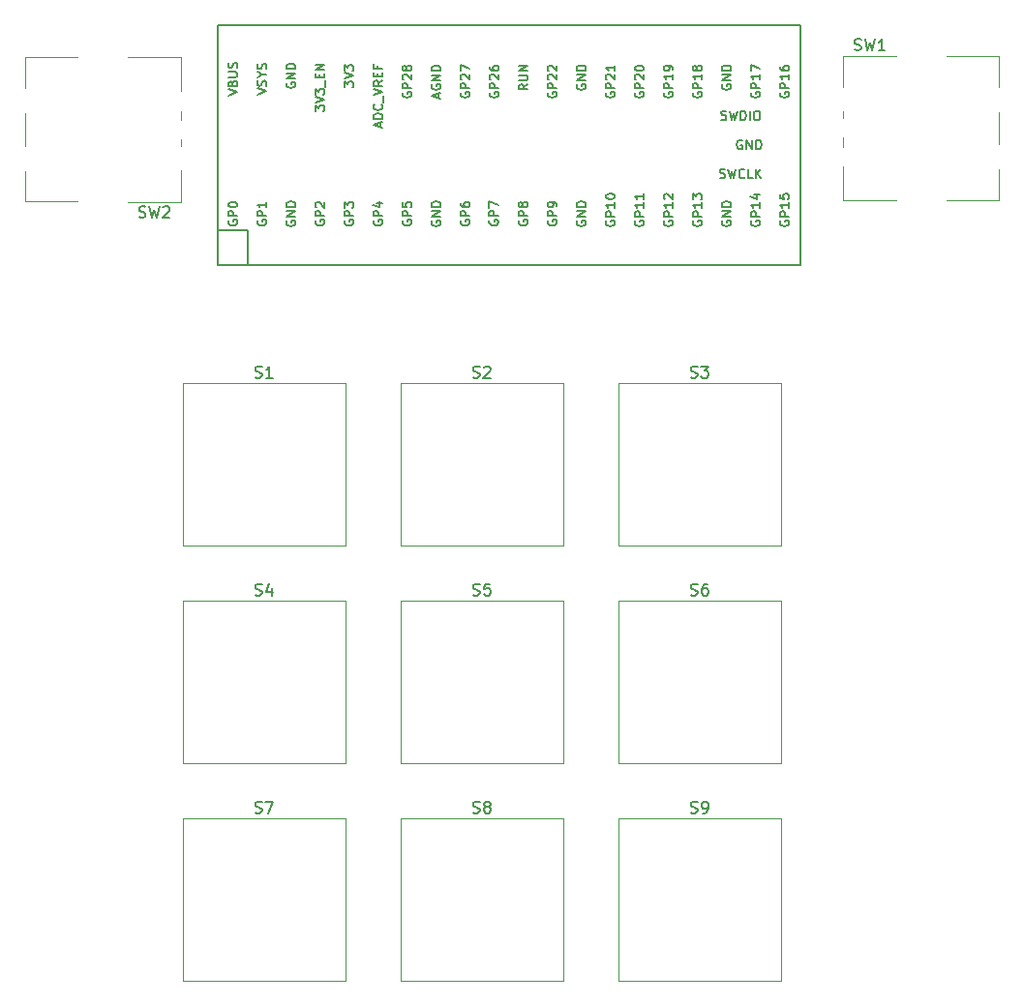
<source format=gbr>
%TF.GenerationSoftware,KiCad,Pcbnew,8.0.5*%
%TF.CreationDate,2024-11-06T13:26:22-05:00*%
%TF.ProjectId,MacroPad,4d616372-6f50-4616-942e-6b696361645f,rev?*%
%TF.SameCoordinates,Original*%
%TF.FileFunction,Legend,Top*%
%TF.FilePolarity,Positive*%
%FSLAX46Y46*%
G04 Gerber Fmt 4.6, Leading zero omitted, Abs format (unit mm)*
G04 Created by KiCad (PCBNEW 8.0.5) date 2024-11-06 13:26:22*
%MOMM*%
%LPD*%
G01*
G04 APERTURE LIST*
%ADD10C,0.150000*%
%ADD11C,0.120000*%
G04 APERTURE END LIST*
D10*
X112433095Y-104932200D02*
X112575952Y-104979819D01*
X112575952Y-104979819D02*
X112814047Y-104979819D01*
X112814047Y-104979819D02*
X112909285Y-104932200D01*
X112909285Y-104932200D02*
X112956904Y-104884580D01*
X112956904Y-104884580D02*
X113004523Y-104789342D01*
X113004523Y-104789342D02*
X113004523Y-104694104D01*
X113004523Y-104694104D02*
X112956904Y-104598866D01*
X112956904Y-104598866D02*
X112909285Y-104551247D01*
X112909285Y-104551247D02*
X112814047Y-104503628D01*
X112814047Y-104503628D02*
X112623571Y-104456009D01*
X112623571Y-104456009D02*
X112528333Y-104408390D01*
X112528333Y-104408390D02*
X112480714Y-104360771D01*
X112480714Y-104360771D02*
X112433095Y-104265533D01*
X112433095Y-104265533D02*
X112433095Y-104170295D01*
X112433095Y-104170295D02*
X112480714Y-104075057D01*
X112480714Y-104075057D02*
X112528333Y-104027438D01*
X112528333Y-104027438D02*
X112623571Y-103979819D01*
X112623571Y-103979819D02*
X112861666Y-103979819D01*
X112861666Y-103979819D02*
X113004523Y-104027438D01*
X113337857Y-103979819D02*
X114004523Y-103979819D01*
X114004523Y-103979819D02*
X113575952Y-104979819D01*
X112433095Y-66832200D02*
X112575952Y-66879819D01*
X112575952Y-66879819D02*
X112814047Y-66879819D01*
X112814047Y-66879819D02*
X112909285Y-66832200D01*
X112909285Y-66832200D02*
X112956904Y-66784580D01*
X112956904Y-66784580D02*
X113004523Y-66689342D01*
X113004523Y-66689342D02*
X113004523Y-66594104D01*
X113004523Y-66594104D02*
X112956904Y-66498866D01*
X112956904Y-66498866D02*
X112909285Y-66451247D01*
X112909285Y-66451247D02*
X112814047Y-66403628D01*
X112814047Y-66403628D02*
X112623571Y-66356009D01*
X112623571Y-66356009D02*
X112528333Y-66308390D01*
X112528333Y-66308390D02*
X112480714Y-66260771D01*
X112480714Y-66260771D02*
X112433095Y-66165533D01*
X112433095Y-66165533D02*
X112433095Y-66070295D01*
X112433095Y-66070295D02*
X112480714Y-65975057D01*
X112480714Y-65975057D02*
X112528333Y-65927438D01*
X112528333Y-65927438D02*
X112623571Y-65879819D01*
X112623571Y-65879819D02*
X112861666Y-65879819D01*
X112861666Y-65879819D02*
X113004523Y-65927438D01*
X113956904Y-66879819D02*
X113385476Y-66879819D01*
X113671190Y-66879819D02*
X113671190Y-65879819D01*
X113671190Y-65879819D02*
X113575952Y-66022676D01*
X113575952Y-66022676D02*
X113480714Y-66117914D01*
X113480714Y-66117914D02*
X113385476Y-66165533D01*
X150533095Y-85882200D02*
X150675952Y-85929819D01*
X150675952Y-85929819D02*
X150914047Y-85929819D01*
X150914047Y-85929819D02*
X151009285Y-85882200D01*
X151009285Y-85882200D02*
X151056904Y-85834580D01*
X151056904Y-85834580D02*
X151104523Y-85739342D01*
X151104523Y-85739342D02*
X151104523Y-85644104D01*
X151104523Y-85644104D02*
X151056904Y-85548866D01*
X151056904Y-85548866D02*
X151009285Y-85501247D01*
X151009285Y-85501247D02*
X150914047Y-85453628D01*
X150914047Y-85453628D02*
X150723571Y-85406009D01*
X150723571Y-85406009D02*
X150628333Y-85358390D01*
X150628333Y-85358390D02*
X150580714Y-85310771D01*
X150580714Y-85310771D02*
X150533095Y-85215533D01*
X150533095Y-85215533D02*
X150533095Y-85120295D01*
X150533095Y-85120295D02*
X150580714Y-85025057D01*
X150580714Y-85025057D02*
X150628333Y-84977438D01*
X150628333Y-84977438D02*
X150723571Y-84929819D01*
X150723571Y-84929819D02*
X150961666Y-84929819D01*
X150961666Y-84929819D02*
X151104523Y-84977438D01*
X151961666Y-84929819D02*
X151771190Y-84929819D01*
X151771190Y-84929819D02*
X151675952Y-84977438D01*
X151675952Y-84977438D02*
X151628333Y-85025057D01*
X151628333Y-85025057D02*
X151533095Y-85167914D01*
X151533095Y-85167914D02*
X151485476Y-85358390D01*
X151485476Y-85358390D02*
X151485476Y-85739342D01*
X151485476Y-85739342D02*
X151533095Y-85834580D01*
X151533095Y-85834580D02*
X151580714Y-85882200D01*
X151580714Y-85882200D02*
X151675952Y-85929819D01*
X151675952Y-85929819D02*
X151866428Y-85929819D01*
X151866428Y-85929819D02*
X151961666Y-85882200D01*
X151961666Y-85882200D02*
X152009285Y-85834580D01*
X152009285Y-85834580D02*
X152056904Y-85739342D01*
X152056904Y-85739342D02*
X152056904Y-85501247D01*
X152056904Y-85501247D02*
X152009285Y-85406009D01*
X152009285Y-85406009D02*
X151961666Y-85358390D01*
X151961666Y-85358390D02*
X151866428Y-85310771D01*
X151866428Y-85310771D02*
X151675952Y-85310771D01*
X151675952Y-85310771D02*
X151580714Y-85358390D01*
X151580714Y-85358390D02*
X151533095Y-85406009D01*
X151533095Y-85406009D02*
X151485476Y-85501247D01*
X131483095Y-85882200D02*
X131625952Y-85929819D01*
X131625952Y-85929819D02*
X131864047Y-85929819D01*
X131864047Y-85929819D02*
X131959285Y-85882200D01*
X131959285Y-85882200D02*
X132006904Y-85834580D01*
X132006904Y-85834580D02*
X132054523Y-85739342D01*
X132054523Y-85739342D02*
X132054523Y-85644104D01*
X132054523Y-85644104D02*
X132006904Y-85548866D01*
X132006904Y-85548866D02*
X131959285Y-85501247D01*
X131959285Y-85501247D02*
X131864047Y-85453628D01*
X131864047Y-85453628D02*
X131673571Y-85406009D01*
X131673571Y-85406009D02*
X131578333Y-85358390D01*
X131578333Y-85358390D02*
X131530714Y-85310771D01*
X131530714Y-85310771D02*
X131483095Y-85215533D01*
X131483095Y-85215533D02*
X131483095Y-85120295D01*
X131483095Y-85120295D02*
X131530714Y-85025057D01*
X131530714Y-85025057D02*
X131578333Y-84977438D01*
X131578333Y-84977438D02*
X131673571Y-84929819D01*
X131673571Y-84929819D02*
X131911666Y-84929819D01*
X131911666Y-84929819D02*
X132054523Y-84977438D01*
X132959285Y-84929819D02*
X132483095Y-84929819D01*
X132483095Y-84929819D02*
X132435476Y-85406009D01*
X132435476Y-85406009D02*
X132483095Y-85358390D01*
X132483095Y-85358390D02*
X132578333Y-85310771D01*
X132578333Y-85310771D02*
X132816428Y-85310771D01*
X132816428Y-85310771D02*
X132911666Y-85358390D01*
X132911666Y-85358390D02*
X132959285Y-85406009D01*
X132959285Y-85406009D02*
X133006904Y-85501247D01*
X133006904Y-85501247D02*
X133006904Y-85739342D01*
X133006904Y-85739342D02*
X132959285Y-85834580D01*
X132959285Y-85834580D02*
X132911666Y-85882200D01*
X132911666Y-85882200D02*
X132816428Y-85929819D01*
X132816428Y-85929819D02*
X132578333Y-85929819D01*
X132578333Y-85929819D02*
X132483095Y-85882200D01*
X132483095Y-85882200D02*
X132435476Y-85834580D01*
X131483095Y-66832200D02*
X131625952Y-66879819D01*
X131625952Y-66879819D02*
X131864047Y-66879819D01*
X131864047Y-66879819D02*
X131959285Y-66832200D01*
X131959285Y-66832200D02*
X132006904Y-66784580D01*
X132006904Y-66784580D02*
X132054523Y-66689342D01*
X132054523Y-66689342D02*
X132054523Y-66594104D01*
X132054523Y-66594104D02*
X132006904Y-66498866D01*
X132006904Y-66498866D02*
X131959285Y-66451247D01*
X131959285Y-66451247D02*
X131864047Y-66403628D01*
X131864047Y-66403628D02*
X131673571Y-66356009D01*
X131673571Y-66356009D02*
X131578333Y-66308390D01*
X131578333Y-66308390D02*
X131530714Y-66260771D01*
X131530714Y-66260771D02*
X131483095Y-66165533D01*
X131483095Y-66165533D02*
X131483095Y-66070295D01*
X131483095Y-66070295D02*
X131530714Y-65975057D01*
X131530714Y-65975057D02*
X131578333Y-65927438D01*
X131578333Y-65927438D02*
X131673571Y-65879819D01*
X131673571Y-65879819D02*
X131911666Y-65879819D01*
X131911666Y-65879819D02*
X132054523Y-65927438D01*
X132435476Y-65975057D02*
X132483095Y-65927438D01*
X132483095Y-65927438D02*
X132578333Y-65879819D01*
X132578333Y-65879819D02*
X132816428Y-65879819D01*
X132816428Y-65879819D02*
X132911666Y-65927438D01*
X132911666Y-65927438D02*
X132959285Y-65975057D01*
X132959285Y-65975057D02*
X133006904Y-66070295D01*
X133006904Y-66070295D02*
X133006904Y-66165533D01*
X133006904Y-66165533D02*
X132959285Y-66308390D01*
X132959285Y-66308390D02*
X132387857Y-66879819D01*
X132387857Y-66879819D02*
X133006904Y-66879819D01*
X102267917Y-52813450D02*
X102410774Y-52861069D01*
X102410774Y-52861069D02*
X102648869Y-52861069D01*
X102648869Y-52861069D02*
X102744107Y-52813450D01*
X102744107Y-52813450D02*
X102791726Y-52765830D01*
X102791726Y-52765830D02*
X102839345Y-52670592D01*
X102839345Y-52670592D02*
X102839345Y-52575354D01*
X102839345Y-52575354D02*
X102791726Y-52480116D01*
X102791726Y-52480116D02*
X102744107Y-52432497D01*
X102744107Y-52432497D02*
X102648869Y-52384878D01*
X102648869Y-52384878D02*
X102458393Y-52337259D01*
X102458393Y-52337259D02*
X102363155Y-52289640D01*
X102363155Y-52289640D02*
X102315536Y-52242021D01*
X102315536Y-52242021D02*
X102267917Y-52146783D01*
X102267917Y-52146783D02*
X102267917Y-52051545D01*
X102267917Y-52051545D02*
X102315536Y-51956307D01*
X102315536Y-51956307D02*
X102363155Y-51908688D01*
X102363155Y-51908688D02*
X102458393Y-51861069D01*
X102458393Y-51861069D02*
X102696488Y-51861069D01*
X102696488Y-51861069D02*
X102839345Y-51908688D01*
X103172679Y-51861069D02*
X103410774Y-52861069D01*
X103410774Y-52861069D02*
X103601250Y-52146783D01*
X103601250Y-52146783D02*
X103791726Y-52861069D01*
X103791726Y-52861069D02*
X104029822Y-51861069D01*
X104363155Y-51956307D02*
X104410774Y-51908688D01*
X104410774Y-51908688D02*
X104506012Y-51861069D01*
X104506012Y-51861069D02*
X104744107Y-51861069D01*
X104744107Y-51861069D02*
X104839345Y-51908688D01*
X104839345Y-51908688D02*
X104886964Y-51956307D01*
X104886964Y-51956307D02*
X104934583Y-52051545D01*
X104934583Y-52051545D02*
X104934583Y-52146783D01*
X104934583Y-52146783D02*
X104886964Y-52289640D01*
X104886964Y-52289640D02*
X104315536Y-52861069D01*
X104315536Y-52861069D02*
X104934583Y-52861069D01*
X150533095Y-104932200D02*
X150675952Y-104979819D01*
X150675952Y-104979819D02*
X150914047Y-104979819D01*
X150914047Y-104979819D02*
X151009285Y-104932200D01*
X151009285Y-104932200D02*
X151056904Y-104884580D01*
X151056904Y-104884580D02*
X151104523Y-104789342D01*
X151104523Y-104789342D02*
X151104523Y-104694104D01*
X151104523Y-104694104D02*
X151056904Y-104598866D01*
X151056904Y-104598866D02*
X151009285Y-104551247D01*
X151009285Y-104551247D02*
X150914047Y-104503628D01*
X150914047Y-104503628D02*
X150723571Y-104456009D01*
X150723571Y-104456009D02*
X150628333Y-104408390D01*
X150628333Y-104408390D02*
X150580714Y-104360771D01*
X150580714Y-104360771D02*
X150533095Y-104265533D01*
X150533095Y-104265533D02*
X150533095Y-104170295D01*
X150533095Y-104170295D02*
X150580714Y-104075057D01*
X150580714Y-104075057D02*
X150628333Y-104027438D01*
X150628333Y-104027438D02*
X150723571Y-103979819D01*
X150723571Y-103979819D02*
X150961666Y-103979819D01*
X150961666Y-103979819D02*
X151104523Y-104027438D01*
X151580714Y-104979819D02*
X151771190Y-104979819D01*
X151771190Y-104979819D02*
X151866428Y-104932200D01*
X151866428Y-104932200D02*
X151914047Y-104884580D01*
X151914047Y-104884580D02*
X152009285Y-104741723D01*
X152009285Y-104741723D02*
X152056904Y-104551247D01*
X152056904Y-104551247D02*
X152056904Y-104170295D01*
X152056904Y-104170295D02*
X152009285Y-104075057D01*
X152009285Y-104075057D02*
X151961666Y-104027438D01*
X151961666Y-104027438D02*
X151866428Y-103979819D01*
X151866428Y-103979819D02*
X151675952Y-103979819D01*
X151675952Y-103979819D02*
X151580714Y-104027438D01*
X151580714Y-104027438D02*
X151533095Y-104075057D01*
X151533095Y-104075057D02*
X151485476Y-104170295D01*
X151485476Y-104170295D02*
X151485476Y-104408390D01*
X151485476Y-104408390D02*
X151533095Y-104503628D01*
X151533095Y-104503628D02*
X151580714Y-104551247D01*
X151580714Y-104551247D02*
X151675952Y-104598866D01*
X151675952Y-104598866D02*
X151866428Y-104598866D01*
X151866428Y-104598866D02*
X151961666Y-104551247D01*
X151961666Y-104551247D02*
X152009285Y-104503628D01*
X152009285Y-104503628D02*
X152056904Y-104408390D01*
X112433095Y-85882200D02*
X112575952Y-85929819D01*
X112575952Y-85929819D02*
X112814047Y-85929819D01*
X112814047Y-85929819D02*
X112909285Y-85882200D01*
X112909285Y-85882200D02*
X112956904Y-85834580D01*
X112956904Y-85834580D02*
X113004523Y-85739342D01*
X113004523Y-85739342D02*
X113004523Y-85644104D01*
X113004523Y-85644104D02*
X112956904Y-85548866D01*
X112956904Y-85548866D02*
X112909285Y-85501247D01*
X112909285Y-85501247D02*
X112814047Y-85453628D01*
X112814047Y-85453628D02*
X112623571Y-85406009D01*
X112623571Y-85406009D02*
X112528333Y-85358390D01*
X112528333Y-85358390D02*
X112480714Y-85310771D01*
X112480714Y-85310771D02*
X112433095Y-85215533D01*
X112433095Y-85215533D02*
X112433095Y-85120295D01*
X112433095Y-85120295D02*
X112480714Y-85025057D01*
X112480714Y-85025057D02*
X112528333Y-84977438D01*
X112528333Y-84977438D02*
X112623571Y-84929819D01*
X112623571Y-84929819D02*
X112861666Y-84929819D01*
X112861666Y-84929819D02*
X113004523Y-84977438D01*
X113861666Y-85263152D02*
X113861666Y-85929819D01*
X113623571Y-84882200D02*
X113385476Y-85596485D01*
X113385476Y-85596485D02*
X114004523Y-85596485D01*
X130426640Y-41897381D02*
X130388545Y-41973571D01*
X130388545Y-41973571D02*
X130388545Y-42087857D01*
X130388545Y-42087857D02*
X130426640Y-42202143D01*
X130426640Y-42202143D02*
X130502830Y-42278333D01*
X130502830Y-42278333D02*
X130579021Y-42316428D01*
X130579021Y-42316428D02*
X130731402Y-42354524D01*
X130731402Y-42354524D02*
X130845688Y-42354524D01*
X130845688Y-42354524D02*
X130998069Y-42316428D01*
X130998069Y-42316428D02*
X131074259Y-42278333D01*
X131074259Y-42278333D02*
X131150450Y-42202143D01*
X131150450Y-42202143D02*
X131188545Y-42087857D01*
X131188545Y-42087857D02*
X131188545Y-42011666D01*
X131188545Y-42011666D02*
X131150450Y-41897381D01*
X131150450Y-41897381D02*
X131112354Y-41859285D01*
X131112354Y-41859285D02*
X130845688Y-41859285D01*
X130845688Y-41859285D02*
X130845688Y-42011666D01*
X131188545Y-41516428D02*
X130388545Y-41516428D01*
X130388545Y-41516428D02*
X130388545Y-41211666D01*
X130388545Y-41211666D02*
X130426640Y-41135476D01*
X130426640Y-41135476D02*
X130464735Y-41097381D01*
X130464735Y-41097381D02*
X130540926Y-41059285D01*
X130540926Y-41059285D02*
X130655211Y-41059285D01*
X130655211Y-41059285D02*
X130731402Y-41097381D01*
X130731402Y-41097381D02*
X130769497Y-41135476D01*
X130769497Y-41135476D02*
X130807592Y-41211666D01*
X130807592Y-41211666D02*
X130807592Y-41516428D01*
X130464735Y-40754524D02*
X130426640Y-40716428D01*
X130426640Y-40716428D02*
X130388545Y-40640238D01*
X130388545Y-40640238D02*
X130388545Y-40449762D01*
X130388545Y-40449762D02*
X130426640Y-40373571D01*
X130426640Y-40373571D02*
X130464735Y-40335476D01*
X130464735Y-40335476D02*
X130540926Y-40297381D01*
X130540926Y-40297381D02*
X130617116Y-40297381D01*
X130617116Y-40297381D02*
X130731402Y-40335476D01*
X130731402Y-40335476D02*
X131188545Y-40792619D01*
X131188545Y-40792619D02*
X131188545Y-40297381D01*
X130388545Y-40030714D02*
X130388545Y-39497380D01*
X130388545Y-39497380D02*
X131188545Y-39840238D01*
X135496640Y-53096428D02*
X135458545Y-53172618D01*
X135458545Y-53172618D02*
X135458545Y-53286904D01*
X135458545Y-53286904D02*
X135496640Y-53401190D01*
X135496640Y-53401190D02*
X135572830Y-53477380D01*
X135572830Y-53477380D02*
X135649021Y-53515475D01*
X135649021Y-53515475D02*
X135801402Y-53553571D01*
X135801402Y-53553571D02*
X135915688Y-53553571D01*
X135915688Y-53553571D02*
X136068069Y-53515475D01*
X136068069Y-53515475D02*
X136144259Y-53477380D01*
X136144259Y-53477380D02*
X136220450Y-53401190D01*
X136220450Y-53401190D02*
X136258545Y-53286904D01*
X136258545Y-53286904D02*
X136258545Y-53210713D01*
X136258545Y-53210713D02*
X136220450Y-53096428D01*
X136220450Y-53096428D02*
X136182354Y-53058332D01*
X136182354Y-53058332D02*
X135915688Y-53058332D01*
X135915688Y-53058332D02*
X135915688Y-53210713D01*
X136258545Y-52715475D02*
X135458545Y-52715475D01*
X135458545Y-52715475D02*
X135458545Y-52410713D01*
X135458545Y-52410713D02*
X135496640Y-52334523D01*
X135496640Y-52334523D02*
X135534735Y-52296428D01*
X135534735Y-52296428D02*
X135610926Y-52258332D01*
X135610926Y-52258332D02*
X135725211Y-52258332D01*
X135725211Y-52258332D02*
X135801402Y-52296428D01*
X135801402Y-52296428D02*
X135839497Y-52334523D01*
X135839497Y-52334523D02*
X135877592Y-52410713D01*
X135877592Y-52410713D02*
X135877592Y-52715475D01*
X135801402Y-51801190D02*
X135763307Y-51877380D01*
X135763307Y-51877380D02*
X135725211Y-51915475D01*
X135725211Y-51915475D02*
X135649021Y-51953571D01*
X135649021Y-51953571D02*
X135610926Y-51953571D01*
X135610926Y-51953571D02*
X135534735Y-51915475D01*
X135534735Y-51915475D02*
X135496640Y-51877380D01*
X135496640Y-51877380D02*
X135458545Y-51801190D01*
X135458545Y-51801190D02*
X135458545Y-51648809D01*
X135458545Y-51648809D02*
X135496640Y-51572618D01*
X135496640Y-51572618D02*
X135534735Y-51534523D01*
X135534735Y-51534523D02*
X135610926Y-51496428D01*
X135610926Y-51496428D02*
X135649021Y-51496428D01*
X135649021Y-51496428D02*
X135725211Y-51534523D01*
X135725211Y-51534523D02*
X135763307Y-51572618D01*
X135763307Y-51572618D02*
X135801402Y-51648809D01*
X135801402Y-51648809D02*
X135801402Y-51801190D01*
X135801402Y-51801190D02*
X135839497Y-51877380D01*
X135839497Y-51877380D02*
X135877592Y-51915475D01*
X135877592Y-51915475D02*
X135953783Y-51953571D01*
X135953783Y-51953571D02*
X136106164Y-51953571D01*
X136106164Y-51953571D02*
X136182354Y-51915475D01*
X136182354Y-51915475D02*
X136220450Y-51877380D01*
X136220450Y-51877380D02*
X136258545Y-51801190D01*
X136258545Y-51801190D02*
X136258545Y-51648809D01*
X136258545Y-51648809D02*
X136220450Y-51572618D01*
X136220450Y-51572618D02*
X136182354Y-51534523D01*
X136182354Y-51534523D02*
X136106164Y-51496428D01*
X136106164Y-51496428D02*
X135953783Y-51496428D01*
X135953783Y-51496428D02*
X135877592Y-51534523D01*
X135877592Y-51534523D02*
X135839497Y-51572618D01*
X135839497Y-51572618D02*
X135801402Y-51648809D01*
X120218545Y-41435476D02*
X120218545Y-40940238D01*
X120218545Y-40940238D02*
X120523307Y-41206904D01*
X120523307Y-41206904D02*
X120523307Y-41092619D01*
X120523307Y-41092619D02*
X120561402Y-41016428D01*
X120561402Y-41016428D02*
X120599497Y-40978333D01*
X120599497Y-40978333D02*
X120675688Y-40940238D01*
X120675688Y-40940238D02*
X120866164Y-40940238D01*
X120866164Y-40940238D02*
X120942354Y-40978333D01*
X120942354Y-40978333D02*
X120980450Y-41016428D01*
X120980450Y-41016428D02*
X121018545Y-41092619D01*
X121018545Y-41092619D02*
X121018545Y-41321190D01*
X121018545Y-41321190D02*
X120980450Y-41397381D01*
X120980450Y-41397381D02*
X120942354Y-41435476D01*
X120218545Y-40711666D02*
X121018545Y-40444999D01*
X121018545Y-40444999D02*
X120218545Y-40178333D01*
X120218545Y-39987857D02*
X120218545Y-39492619D01*
X120218545Y-39492619D02*
X120523307Y-39759285D01*
X120523307Y-39759285D02*
X120523307Y-39645000D01*
X120523307Y-39645000D02*
X120561402Y-39568809D01*
X120561402Y-39568809D02*
X120599497Y-39530714D01*
X120599497Y-39530714D02*
X120675688Y-39492619D01*
X120675688Y-39492619D02*
X120866164Y-39492619D01*
X120866164Y-39492619D02*
X120942354Y-39530714D01*
X120942354Y-39530714D02*
X120980450Y-39568809D01*
X120980450Y-39568809D02*
X121018545Y-39645000D01*
X121018545Y-39645000D02*
X121018545Y-39873571D01*
X121018545Y-39873571D02*
X120980450Y-39949762D01*
X120980450Y-39949762D02*
X120942354Y-39987857D01*
X117678545Y-43521190D02*
X117678545Y-43025952D01*
X117678545Y-43025952D02*
X117983307Y-43292618D01*
X117983307Y-43292618D02*
X117983307Y-43178333D01*
X117983307Y-43178333D02*
X118021402Y-43102142D01*
X118021402Y-43102142D02*
X118059497Y-43064047D01*
X118059497Y-43064047D02*
X118135688Y-43025952D01*
X118135688Y-43025952D02*
X118326164Y-43025952D01*
X118326164Y-43025952D02*
X118402354Y-43064047D01*
X118402354Y-43064047D02*
X118440450Y-43102142D01*
X118440450Y-43102142D02*
X118478545Y-43178333D01*
X118478545Y-43178333D02*
X118478545Y-43406904D01*
X118478545Y-43406904D02*
X118440450Y-43483095D01*
X118440450Y-43483095D02*
X118402354Y-43521190D01*
X117678545Y-42797380D02*
X118478545Y-42530713D01*
X118478545Y-42530713D02*
X117678545Y-42264047D01*
X117678545Y-42073571D02*
X117678545Y-41578333D01*
X117678545Y-41578333D02*
X117983307Y-41844999D01*
X117983307Y-41844999D02*
X117983307Y-41730714D01*
X117983307Y-41730714D02*
X118021402Y-41654523D01*
X118021402Y-41654523D02*
X118059497Y-41616428D01*
X118059497Y-41616428D02*
X118135688Y-41578333D01*
X118135688Y-41578333D02*
X118326164Y-41578333D01*
X118326164Y-41578333D02*
X118402354Y-41616428D01*
X118402354Y-41616428D02*
X118440450Y-41654523D01*
X118440450Y-41654523D02*
X118478545Y-41730714D01*
X118478545Y-41730714D02*
X118478545Y-41959285D01*
X118478545Y-41959285D02*
X118440450Y-42035476D01*
X118440450Y-42035476D02*
X118402354Y-42073571D01*
X118554735Y-41425952D02*
X118554735Y-40816428D01*
X118059497Y-40625951D02*
X118059497Y-40359285D01*
X118478545Y-40244999D02*
X118478545Y-40625951D01*
X118478545Y-40625951D02*
X117678545Y-40625951D01*
X117678545Y-40625951D02*
X117678545Y-40244999D01*
X118478545Y-39902141D02*
X117678545Y-39902141D01*
X117678545Y-39902141D02*
X118478545Y-39444998D01*
X118478545Y-39444998D02*
X117678545Y-39444998D01*
X128409973Y-42354523D02*
X128409973Y-41973570D01*
X128638545Y-42430713D02*
X127838545Y-42164046D01*
X127838545Y-42164046D02*
X128638545Y-41897380D01*
X127876640Y-41211666D02*
X127838545Y-41287856D01*
X127838545Y-41287856D02*
X127838545Y-41402142D01*
X127838545Y-41402142D02*
X127876640Y-41516428D01*
X127876640Y-41516428D02*
X127952830Y-41592618D01*
X127952830Y-41592618D02*
X128029021Y-41630713D01*
X128029021Y-41630713D02*
X128181402Y-41668809D01*
X128181402Y-41668809D02*
X128295688Y-41668809D01*
X128295688Y-41668809D02*
X128448069Y-41630713D01*
X128448069Y-41630713D02*
X128524259Y-41592618D01*
X128524259Y-41592618D02*
X128600450Y-41516428D01*
X128600450Y-41516428D02*
X128638545Y-41402142D01*
X128638545Y-41402142D02*
X128638545Y-41325951D01*
X128638545Y-41325951D02*
X128600450Y-41211666D01*
X128600450Y-41211666D02*
X128562354Y-41173570D01*
X128562354Y-41173570D02*
X128295688Y-41173570D01*
X128295688Y-41173570D02*
X128295688Y-41325951D01*
X128638545Y-40830713D02*
X127838545Y-40830713D01*
X127838545Y-40830713D02*
X128638545Y-40373570D01*
X128638545Y-40373570D02*
X127838545Y-40373570D01*
X128638545Y-39992618D02*
X127838545Y-39992618D01*
X127838545Y-39992618D02*
X127838545Y-39802142D01*
X127838545Y-39802142D02*
X127876640Y-39687856D01*
X127876640Y-39687856D02*
X127952830Y-39611666D01*
X127952830Y-39611666D02*
X128029021Y-39573571D01*
X128029021Y-39573571D02*
X128181402Y-39535475D01*
X128181402Y-39535475D02*
X128295688Y-39535475D01*
X128295688Y-39535475D02*
X128448069Y-39573571D01*
X128448069Y-39573571D02*
X128524259Y-39611666D01*
X128524259Y-39611666D02*
X128600450Y-39687856D01*
X128600450Y-39687856D02*
X128638545Y-39802142D01*
X128638545Y-39802142D02*
X128638545Y-39992618D01*
X145656640Y-53127381D02*
X145618545Y-53203571D01*
X145618545Y-53203571D02*
X145618545Y-53317857D01*
X145618545Y-53317857D02*
X145656640Y-53432143D01*
X145656640Y-53432143D02*
X145732830Y-53508333D01*
X145732830Y-53508333D02*
X145809021Y-53546428D01*
X145809021Y-53546428D02*
X145961402Y-53584524D01*
X145961402Y-53584524D02*
X146075688Y-53584524D01*
X146075688Y-53584524D02*
X146228069Y-53546428D01*
X146228069Y-53546428D02*
X146304259Y-53508333D01*
X146304259Y-53508333D02*
X146380450Y-53432143D01*
X146380450Y-53432143D02*
X146418545Y-53317857D01*
X146418545Y-53317857D02*
X146418545Y-53241666D01*
X146418545Y-53241666D02*
X146380450Y-53127381D01*
X146380450Y-53127381D02*
X146342354Y-53089285D01*
X146342354Y-53089285D02*
X146075688Y-53089285D01*
X146075688Y-53089285D02*
X146075688Y-53241666D01*
X146418545Y-52746428D02*
X145618545Y-52746428D01*
X145618545Y-52746428D02*
X145618545Y-52441666D01*
X145618545Y-52441666D02*
X145656640Y-52365476D01*
X145656640Y-52365476D02*
X145694735Y-52327381D01*
X145694735Y-52327381D02*
X145770926Y-52289285D01*
X145770926Y-52289285D02*
X145885211Y-52289285D01*
X145885211Y-52289285D02*
X145961402Y-52327381D01*
X145961402Y-52327381D02*
X145999497Y-52365476D01*
X145999497Y-52365476D02*
X146037592Y-52441666D01*
X146037592Y-52441666D02*
X146037592Y-52746428D01*
X146418545Y-51527381D02*
X146418545Y-51984524D01*
X146418545Y-51755952D02*
X145618545Y-51755952D01*
X145618545Y-51755952D02*
X145732830Y-51832143D01*
X145732830Y-51832143D02*
X145809021Y-51908333D01*
X145809021Y-51908333D02*
X145847116Y-51984524D01*
X146418545Y-50765476D02*
X146418545Y-51222619D01*
X146418545Y-50994047D02*
X145618545Y-50994047D01*
X145618545Y-50994047D02*
X145732830Y-51070238D01*
X145732830Y-51070238D02*
X145809021Y-51146428D01*
X145809021Y-51146428D02*
X145847116Y-51222619D01*
X130416640Y-53096428D02*
X130378545Y-53172618D01*
X130378545Y-53172618D02*
X130378545Y-53286904D01*
X130378545Y-53286904D02*
X130416640Y-53401190D01*
X130416640Y-53401190D02*
X130492830Y-53477380D01*
X130492830Y-53477380D02*
X130569021Y-53515475D01*
X130569021Y-53515475D02*
X130721402Y-53553571D01*
X130721402Y-53553571D02*
X130835688Y-53553571D01*
X130835688Y-53553571D02*
X130988069Y-53515475D01*
X130988069Y-53515475D02*
X131064259Y-53477380D01*
X131064259Y-53477380D02*
X131140450Y-53401190D01*
X131140450Y-53401190D02*
X131178545Y-53286904D01*
X131178545Y-53286904D02*
X131178545Y-53210713D01*
X131178545Y-53210713D02*
X131140450Y-53096428D01*
X131140450Y-53096428D02*
X131102354Y-53058332D01*
X131102354Y-53058332D02*
X130835688Y-53058332D01*
X130835688Y-53058332D02*
X130835688Y-53210713D01*
X131178545Y-52715475D02*
X130378545Y-52715475D01*
X130378545Y-52715475D02*
X130378545Y-52410713D01*
X130378545Y-52410713D02*
X130416640Y-52334523D01*
X130416640Y-52334523D02*
X130454735Y-52296428D01*
X130454735Y-52296428D02*
X130530926Y-52258332D01*
X130530926Y-52258332D02*
X130645211Y-52258332D01*
X130645211Y-52258332D02*
X130721402Y-52296428D01*
X130721402Y-52296428D02*
X130759497Y-52334523D01*
X130759497Y-52334523D02*
X130797592Y-52410713D01*
X130797592Y-52410713D02*
X130797592Y-52715475D01*
X130378545Y-51572618D02*
X130378545Y-51724999D01*
X130378545Y-51724999D02*
X130416640Y-51801190D01*
X130416640Y-51801190D02*
X130454735Y-51839285D01*
X130454735Y-51839285D02*
X130569021Y-51915475D01*
X130569021Y-51915475D02*
X130721402Y-51953571D01*
X130721402Y-51953571D02*
X131026164Y-51953571D01*
X131026164Y-51953571D02*
X131102354Y-51915475D01*
X131102354Y-51915475D02*
X131140450Y-51877380D01*
X131140450Y-51877380D02*
X131178545Y-51801190D01*
X131178545Y-51801190D02*
X131178545Y-51648809D01*
X131178545Y-51648809D02*
X131140450Y-51572618D01*
X131140450Y-51572618D02*
X131102354Y-51534523D01*
X131102354Y-51534523D02*
X131026164Y-51496428D01*
X131026164Y-51496428D02*
X130835688Y-51496428D01*
X130835688Y-51496428D02*
X130759497Y-51534523D01*
X130759497Y-51534523D02*
X130721402Y-51572618D01*
X130721402Y-51572618D02*
X130683307Y-51648809D01*
X130683307Y-51648809D02*
X130683307Y-51801190D01*
X130683307Y-51801190D02*
X130721402Y-51877380D01*
X130721402Y-51877380D02*
X130759497Y-51915475D01*
X130759497Y-51915475D02*
X130835688Y-51953571D01*
X110096640Y-53096428D02*
X110058545Y-53172618D01*
X110058545Y-53172618D02*
X110058545Y-53286904D01*
X110058545Y-53286904D02*
X110096640Y-53401190D01*
X110096640Y-53401190D02*
X110172830Y-53477380D01*
X110172830Y-53477380D02*
X110249021Y-53515475D01*
X110249021Y-53515475D02*
X110401402Y-53553571D01*
X110401402Y-53553571D02*
X110515688Y-53553571D01*
X110515688Y-53553571D02*
X110668069Y-53515475D01*
X110668069Y-53515475D02*
X110744259Y-53477380D01*
X110744259Y-53477380D02*
X110820450Y-53401190D01*
X110820450Y-53401190D02*
X110858545Y-53286904D01*
X110858545Y-53286904D02*
X110858545Y-53210713D01*
X110858545Y-53210713D02*
X110820450Y-53096428D01*
X110820450Y-53096428D02*
X110782354Y-53058332D01*
X110782354Y-53058332D02*
X110515688Y-53058332D01*
X110515688Y-53058332D02*
X110515688Y-53210713D01*
X110858545Y-52715475D02*
X110058545Y-52715475D01*
X110058545Y-52715475D02*
X110058545Y-52410713D01*
X110058545Y-52410713D02*
X110096640Y-52334523D01*
X110096640Y-52334523D02*
X110134735Y-52296428D01*
X110134735Y-52296428D02*
X110210926Y-52258332D01*
X110210926Y-52258332D02*
X110325211Y-52258332D01*
X110325211Y-52258332D02*
X110401402Y-52296428D01*
X110401402Y-52296428D02*
X110439497Y-52334523D01*
X110439497Y-52334523D02*
X110477592Y-52410713D01*
X110477592Y-52410713D02*
X110477592Y-52715475D01*
X110058545Y-51763094D02*
X110058545Y-51686904D01*
X110058545Y-51686904D02*
X110096640Y-51610713D01*
X110096640Y-51610713D02*
X110134735Y-51572618D01*
X110134735Y-51572618D02*
X110210926Y-51534523D01*
X110210926Y-51534523D02*
X110363307Y-51496428D01*
X110363307Y-51496428D02*
X110553783Y-51496428D01*
X110553783Y-51496428D02*
X110706164Y-51534523D01*
X110706164Y-51534523D02*
X110782354Y-51572618D01*
X110782354Y-51572618D02*
X110820450Y-51610713D01*
X110820450Y-51610713D02*
X110858545Y-51686904D01*
X110858545Y-51686904D02*
X110858545Y-51763094D01*
X110858545Y-51763094D02*
X110820450Y-51839285D01*
X110820450Y-51839285D02*
X110782354Y-51877380D01*
X110782354Y-51877380D02*
X110706164Y-51915475D01*
X110706164Y-51915475D02*
X110553783Y-51953571D01*
X110553783Y-51953571D02*
X110363307Y-51953571D01*
X110363307Y-51953571D02*
X110210926Y-51915475D01*
X110210926Y-51915475D02*
X110134735Y-51877380D01*
X110134735Y-51877380D02*
X110096640Y-51839285D01*
X110096640Y-51839285D02*
X110058545Y-51763094D01*
X138036640Y-53096428D02*
X137998545Y-53172618D01*
X137998545Y-53172618D02*
X137998545Y-53286904D01*
X137998545Y-53286904D02*
X138036640Y-53401190D01*
X138036640Y-53401190D02*
X138112830Y-53477380D01*
X138112830Y-53477380D02*
X138189021Y-53515475D01*
X138189021Y-53515475D02*
X138341402Y-53553571D01*
X138341402Y-53553571D02*
X138455688Y-53553571D01*
X138455688Y-53553571D02*
X138608069Y-53515475D01*
X138608069Y-53515475D02*
X138684259Y-53477380D01*
X138684259Y-53477380D02*
X138760450Y-53401190D01*
X138760450Y-53401190D02*
X138798545Y-53286904D01*
X138798545Y-53286904D02*
X138798545Y-53210713D01*
X138798545Y-53210713D02*
X138760450Y-53096428D01*
X138760450Y-53096428D02*
X138722354Y-53058332D01*
X138722354Y-53058332D02*
X138455688Y-53058332D01*
X138455688Y-53058332D02*
X138455688Y-53210713D01*
X138798545Y-52715475D02*
X137998545Y-52715475D01*
X137998545Y-52715475D02*
X137998545Y-52410713D01*
X137998545Y-52410713D02*
X138036640Y-52334523D01*
X138036640Y-52334523D02*
X138074735Y-52296428D01*
X138074735Y-52296428D02*
X138150926Y-52258332D01*
X138150926Y-52258332D02*
X138265211Y-52258332D01*
X138265211Y-52258332D02*
X138341402Y-52296428D01*
X138341402Y-52296428D02*
X138379497Y-52334523D01*
X138379497Y-52334523D02*
X138417592Y-52410713D01*
X138417592Y-52410713D02*
X138417592Y-52715475D01*
X138798545Y-51877380D02*
X138798545Y-51724999D01*
X138798545Y-51724999D02*
X138760450Y-51648809D01*
X138760450Y-51648809D02*
X138722354Y-51610713D01*
X138722354Y-51610713D02*
X138608069Y-51534523D01*
X138608069Y-51534523D02*
X138455688Y-51496428D01*
X138455688Y-51496428D02*
X138150926Y-51496428D01*
X138150926Y-51496428D02*
X138074735Y-51534523D01*
X138074735Y-51534523D02*
X138036640Y-51572618D01*
X138036640Y-51572618D02*
X137998545Y-51648809D01*
X137998545Y-51648809D02*
X137998545Y-51801190D01*
X137998545Y-51801190D02*
X138036640Y-51877380D01*
X138036640Y-51877380D02*
X138074735Y-51915475D01*
X138074735Y-51915475D02*
X138150926Y-51953571D01*
X138150926Y-51953571D02*
X138341402Y-51953571D01*
X138341402Y-51953571D02*
X138417592Y-51915475D01*
X138417592Y-51915475D02*
X138455688Y-51877380D01*
X138455688Y-51877380D02*
X138493783Y-51801190D01*
X138493783Y-51801190D02*
X138493783Y-51648809D01*
X138493783Y-51648809D02*
X138455688Y-51572618D01*
X138455688Y-51572618D02*
X138417592Y-51534523D01*
X138417592Y-51534523D02*
X138341402Y-51496428D01*
X122796640Y-53096428D02*
X122758545Y-53172618D01*
X122758545Y-53172618D02*
X122758545Y-53286904D01*
X122758545Y-53286904D02*
X122796640Y-53401190D01*
X122796640Y-53401190D02*
X122872830Y-53477380D01*
X122872830Y-53477380D02*
X122949021Y-53515475D01*
X122949021Y-53515475D02*
X123101402Y-53553571D01*
X123101402Y-53553571D02*
X123215688Y-53553571D01*
X123215688Y-53553571D02*
X123368069Y-53515475D01*
X123368069Y-53515475D02*
X123444259Y-53477380D01*
X123444259Y-53477380D02*
X123520450Y-53401190D01*
X123520450Y-53401190D02*
X123558545Y-53286904D01*
X123558545Y-53286904D02*
X123558545Y-53210713D01*
X123558545Y-53210713D02*
X123520450Y-53096428D01*
X123520450Y-53096428D02*
X123482354Y-53058332D01*
X123482354Y-53058332D02*
X123215688Y-53058332D01*
X123215688Y-53058332D02*
X123215688Y-53210713D01*
X123558545Y-52715475D02*
X122758545Y-52715475D01*
X122758545Y-52715475D02*
X122758545Y-52410713D01*
X122758545Y-52410713D02*
X122796640Y-52334523D01*
X122796640Y-52334523D02*
X122834735Y-52296428D01*
X122834735Y-52296428D02*
X122910926Y-52258332D01*
X122910926Y-52258332D02*
X123025211Y-52258332D01*
X123025211Y-52258332D02*
X123101402Y-52296428D01*
X123101402Y-52296428D02*
X123139497Y-52334523D01*
X123139497Y-52334523D02*
X123177592Y-52410713D01*
X123177592Y-52410713D02*
X123177592Y-52715475D01*
X123025211Y-51572618D02*
X123558545Y-51572618D01*
X122720450Y-51763094D02*
X123291878Y-51953571D01*
X123291878Y-51953571D02*
X123291878Y-51458332D01*
X148196640Y-41897381D02*
X148158545Y-41973571D01*
X148158545Y-41973571D02*
X148158545Y-42087857D01*
X148158545Y-42087857D02*
X148196640Y-42202143D01*
X148196640Y-42202143D02*
X148272830Y-42278333D01*
X148272830Y-42278333D02*
X148349021Y-42316428D01*
X148349021Y-42316428D02*
X148501402Y-42354524D01*
X148501402Y-42354524D02*
X148615688Y-42354524D01*
X148615688Y-42354524D02*
X148768069Y-42316428D01*
X148768069Y-42316428D02*
X148844259Y-42278333D01*
X148844259Y-42278333D02*
X148920450Y-42202143D01*
X148920450Y-42202143D02*
X148958545Y-42087857D01*
X148958545Y-42087857D02*
X148958545Y-42011666D01*
X148958545Y-42011666D02*
X148920450Y-41897381D01*
X148920450Y-41897381D02*
X148882354Y-41859285D01*
X148882354Y-41859285D02*
X148615688Y-41859285D01*
X148615688Y-41859285D02*
X148615688Y-42011666D01*
X148958545Y-41516428D02*
X148158545Y-41516428D01*
X148158545Y-41516428D02*
X148158545Y-41211666D01*
X148158545Y-41211666D02*
X148196640Y-41135476D01*
X148196640Y-41135476D02*
X148234735Y-41097381D01*
X148234735Y-41097381D02*
X148310926Y-41059285D01*
X148310926Y-41059285D02*
X148425211Y-41059285D01*
X148425211Y-41059285D02*
X148501402Y-41097381D01*
X148501402Y-41097381D02*
X148539497Y-41135476D01*
X148539497Y-41135476D02*
X148577592Y-41211666D01*
X148577592Y-41211666D02*
X148577592Y-41516428D01*
X148958545Y-40297381D02*
X148958545Y-40754524D01*
X148958545Y-40525952D02*
X148158545Y-40525952D01*
X148158545Y-40525952D02*
X148272830Y-40602143D01*
X148272830Y-40602143D02*
X148349021Y-40678333D01*
X148349021Y-40678333D02*
X148387116Y-40754524D01*
X148958545Y-39916428D02*
X148958545Y-39764047D01*
X148958545Y-39764047D02*
X148920450Y-39687857D01*
X148920450Y-39687857D02*
X148882354Y-39649761D01*
X148882354Y-39649761D02*
X148768069Y-39573571D01*
X148768069Y-39573571D02*
X148615688Y-39535476D01*
X148615688Y-39535476D02*
X148310926Y-39535476D01*
X148310926Y-39535476D02*
X148234735Y-39573571D01*
X148234735Y-39573571D02*
X148196640Y-39611666D01*
X148196640Y-39611666D02*
X148158545Y-39687857D01*
X148158545Y-39687857D02*
X148158545Y-39840238D01*
X148158545Y-39840238D02*
X148196640Y-39916428D01*
X148196640Y-39916428D02*
X148234735Y-39954523D01*
X148234735Y-39954523D02*
X148310926Y-39992619D01*
X148310926Y-39992619D02*
X148501402Y-39992619D01*
X148501402Y-39992619D02*
X148577592Y-39954523D01*
X148577592Y-39954523D02*
X148615688Y-39916428D01*
X148615688Y-39916428D02*
X148653783Y-39840238D01*
X148653783Y-39840238D02*
X148653783Y-39687857D01*
X148653783Y-39687857D02*
X148615688Y-39611666D01*
X148615688Y-39611666D02*
X148577592Y-39573571D01*
X148577592Y-39573571D02*
X148501402Y-39535476D01*
X143126640Y-41897381D02*
X143088545Y-41973571D01*
X143088545Y-41973571D02*
X143088545Y-42087857D01*
X143088545Y-42087857D02*
X143126640Y-42202143D01*
X143126640Y-42202143D02*
X143202830Y-42278333D01*
X143202830Y-42278333D02*
X143279021Y-42316428D01*
X143279021Y-42316428D02*
X143431402Y-42354524D01*
X143431402Y-42354524D02*
X143545688Y-42354524D01*
X143545688Y-42354524D02*
X143698069Y-42316428D01*
X143698069Y-42316428D02*
X143774259Y-42278333D01*
X143774259Y-42278333D02*
X143850450Y-42202143D01*
X143850450Y-42202143D02*
X143888545Y-42087857D01*
X143888545Y-42087857D02*
X143888545Y-42011666D01*
X143888545Y-42011666D02*
X143850450Y-41897381D01*
X143850450Y-41897381D02*
X143812354Y-41859285D01*
X143812354Y-41859285D02*
X143545688Y-41859285D01*
X143545688Y-41859285D02*
X143545688Y-42011666D01*
X143888545Y-41516428D02*
X143088545Y-41516428D01*
X143088545Y-41516428D02*
X143088545Y-41211666D01*
X143088545Y-41211666D02*
X143126640Y-41135476D01*
X143126640Y-41135476D02*
X143164735Y-41097381D01*
X143164735Y-41097381D02*
X143240926Y-41059285D01*
X143240926Y-41059285D02*
X143355211Y-41059285D01*
X143355211Y-41059285D02*
X143431402Y-41097381D01*
X143431402Y-41097381D02*
X143469497Y-41135476D01*
X143469497Y-41135476D02*
X143507592Y-41211666D01*
X143507592Y-41211666D02*
X143507592Y-41516428D01*
X143164735Y-40754524D02*
X143126640Y-40716428D01*
X143126640Y-40716428D02*
X143088545Y-40640238D01*
X143088545Y-40640238D02*
X143088545Y-40449762D01*
X143088545Y-40449762D02*
X143126640Y-40373571D01*
X143126640Y-40373571D02*
X143164735Y-40335476D01*
X143164735Y-40335476D02*
X143240926Y-40297381D01*
X143240926Y-40297381D02*
X143317116Y-40297381D01*
X143317116Y-40297381D02*
X143431402Y-40335476D01*
X143431402Y-40335476D02*
X143888545Y-40792619D01*
X143888545Y-40792619D02*
X143888545Y-40297381D01*
X143888545Y-39535476D02*
X143888545Y-39992619D01*
X143888545Y-39764047D02*
X143088545Y-39764047D01*
X143088545Y-39764047D02*
X143202830Y-39840238D01*
X143202830Y-39840238D02*
X143279021Y-39916428D01*
X143279021Y-39916428D02*
X143317116Y-39992619D01*
X110058545Y-42161666D02*
X110858545Y-41894999D01*
X110858545Y-41894999D02*
X110058545Y-41628333D01*
X110439497Y-41095000D02*
X110477592Y-40980714D01*
X110477592Y-40980714D02*
X110515688Y-40942619D01*
X110515688Y-40942619D02*
X110591878Y-40904523D01*
X110591878Y-40904523D02*
X110706164Y-40904523D01*
X110706164Y-40904523D02*
X110782354Y-40942619D01*
X110782354Y-40942619D02*
X110820450Y-40980714D01*
X110820450Y-40980714D02*
X110858545Y-41056904D01*
X110858545Y-41056904D02*
X110858545Y-41361666D01*
X110858545Y-41361666D02*
X110058545Y-41361666D01*
X110058545Y-41361666D02*
X110058545Y-41095000D01*
X110058545Y-41095000D02*
X110096640Y-41018809D01*
X110096640Y-41018809D02*
X110134735Y-40980714D01*
X110134735Y-40980714D02*
X110210926Y-40942619D01*
X110210926Y-40942619D02*
X110287116Y-40942619D01*
X110287116Y-40942619D02*
X110363307Y-40980714D01*
X110363307Y-40980714D02*
X110401402Y-41018809D01*
X110401402Y-41018809D02*
X110439497Y-41095000D01*
X110439497Y-41095000D02*
X110439497Y-41361666D01*
X110058545Y-40561666D02*
X110706164Y-40561666D01*
X110706164Y-40561666D02*
X110782354Y-40523571D01*
X110782354Y-40523571D02*
X110820450Y-40485476D01*
X110820450Y-40485476D02*
X110858545Y-40409285D01*
X110858545Y-40409285D02*
X110858545Y-40256904D01*
X110858545Y-40256904D02*
X110820450Y-40180714D01*
X110820450Y-40180714D02*
X110782354Y-40142619D01*
X110782354Y-40142619D02*
X110706164Y-40104523D01*
X110706164Y-40104523D02*
X110058545Y-40104523D01*
X110820450Y-39761667D02*
X110858545Y-39647381D01*
X110858545Y-39647381D02*
X110858545Y-39456905D01*
X110858545Y-39456905D02*
X110820450Y-39380714D01*
X110820450Y-39380714D02*
X110782354Y-39342619D01*
X110782354Y-39342619D02*
X110706164Y-39304524D01*
X110706164Y-39304524D02*
X110629973Y-39304524D01*
X110629973Y-39304524D02*
X110553783Y-39342619D01*
X110553783Y-39342619D02*
X110515688Y-39380714D01*
X110515688Y-39380714D02*
X110477592Y-39456905D01*
X110477592Y-39456905D02*
X110439497Y-39609286D01*
X110439497Y-39609286D02*
X110401402Y-39685476D01*
X110401402Y-39685476D02*
X110363307Y-39723571D01*
X110363307Y-39723571D02*
X110287116Y-39761667D01*
X110287116Y-39761667D02*
X110210926Y-39761667D01*
X110210926Y-39761667D02*
X110134735Y-39723571D01*
X110134735Y-39723571D02*
X110096640Y-39685476D01*
X110096640Y-39685476D02*
X110058545Y-39609286D01*
X110058545Y-39609286D02*
X110058545Y-39418809D01*
X110058545Y-39418809D02*
X110096640Y-39304524D01*
X153181011Y-44269200D02*
X153295297Y-44307295D01*
X153295297Y-44307295D02*
X153485773Y-44307295D01*
X153485773Y-44307295D02*
X153561964Y-44269200D01*
X153561964Y-44269200D02*
X153600059Y-44231104D01*
X153600059Y-44231104D02*
X153638154Y-44154914D01*
X153638154Y-44154914D02*
X153638154Y-44078723D01*
X153638154Y-44078723D02*
X153600059Y-44002533D01*
X153600059Y-44002533D02*
X153561964Y-43964438D01*
X153561964Y-43964438D02*
X153485773Y-43926342D01*
X153485773Y-43926342D02*
X153333392Y-43888247D01*
X153333392Y-43888247D02*
X153257202Y-43850152D01*
X153257202Y-43850152D02*
X153219107Y-43812057D01*
X153219107Y-43812057D02*
X153181011Y-43735866D01*
X153181011Y-43735866D02*
X153181011Y-43659676D01*
X153181011Y-43659676D02*
X153219107Y-43583485D01*
X153219107Y-43583485D02*
X153257202Y-43545390D01*
X153257202Y-43545390D02*
X153333392Y-43507295D01*
X153333392Y-43507295D02*
X153523869Y-43507295D01*
X153523869Y-43507295D02*
X153638154Y-43545390D01*
X153904821Y-43507295D02*
X154095297Y-44307295D01*
X154095297Y-44307295D02*
X154247678Y-43735866D01*
X154247678Y-43735866D02*
X154400059Y-44307295D01*
X154400059Y-44307295D02*
X154590536Y-43507295D01*
X154895298Y-44307295D02*
X154895298Y-43507295D01*
X154895298Y-43507295D02*
X155085774Y-43507295D01*
X155085774Y-43507295D02*
X155200060Y-43545390D01*
X155200060Y-43545390D02*
X155276250Y-43621580D01*
X155276250Y-43621580D02*
X155314345Y-43697771D01*
X155314345Y-43697771D02*
X155352441Y-43850152D01*
X155352441Y-43850152D02*
X155352441Y-43964438D01*
X155352441Y-43964438D02*
X155314345Y-44116819D01*
X155314345Y-44116819D02*
X155276250Y-44193009D01*
X155276250Y-44193009D02*
X155200060Y-44269200D01*
X155200060Y-44269200D02*
X155085774Y-44307295D01*
X155085774Y-44307295D02*
X154895298Y-44307295D01*
X155695298Y-44307295D02*
X155695298Y-43507295D01*
X156228631Y-43507295D02*
X156381012Y-43507295D01*
X156381012Y-43507295D02*
X156457202Y-43545390D01*
X156457202Y-43545390D02*
X156533393Y-43621580D01*
X156533393Y-43621580D02*
X156571488Y-43773961D01*
X156571488Y-43773961D02*
X156571488Y-44040628D01*
X156571488Y-44040628D02*
X156533393Y-44193009D01*
X156533393Y-44193009D02*
X156457202Y-44269200D01*
X156457202Y-44269200D02*
X156381012Y-44307295D01*
X156381012Y-44307295D02*
X156228631Y-44307295D01*
X156228631Y-44307295D02*
X156152440Y-44269200D01*
X156152440Y-44269200D02*
X156076250Y-44193009D01*
X156076250Y-44193009D02*
X156038154Y-44040628D01*
X156038154Y-44040628D02*
X156038154Y-43773961D01*
X156038154Y-43773961D02*
X156076250Y-43621580D01*
X156076250Y-43621580D02*
X156152440Y-43545390D01*
X156152440Y-43545390D02*
X156228631Y-43507295D01*
X143116640Y-53127381D02*
X143078545Y-53203571D01*
X143078545Y-53203571D02*
X143078545Y-53317857D01*
X143078545Y-53317857D02*
X143116640Y-53432143D01*
X143116640Y-53432143D02*
X143192830Y-53508333D01*
X143192830Y-53508333D02*
X143269021Y-53546428D01*
X143269021Y-53546428D02*
X143421402Y-53584524D01*
X143421402Y-53584524D02*
X143535688Y-53584524D01*
X143535688Y-53584524D02*
X143688069Y-53546428D01*
X143688069Y-53546428D02*
X143764259Y-53508333D01*
X143764259Y-53508333D02*
X143840450Y-53432143D01*
X143840450Y-53432143D02*
X143878545Y-53317857D01*
X143878545Y-53317857D02*
X143878545Y-53241666D01*
X143878545Y-53241666D02*
X143840450Y-53127381D01*
X143840450Y-53127381D02*
X143802354Y-53089285D01*
X143802354Y-53089285D02*
X143535688Y-53089285D01*
X143535688Y-53089285D02*
X143535688Y-53241666D01*
X143878545Y-52746428D02*
X143078545Y-52746428D01*
X143078545Y-52746428D02*
X143078545Y-52441666D01*
X143078545Y-52441666D02*
X143116640Y-52365476D01*
X143116640Y-52365476D02*
X143154735Y-52327381D01*
X143154735Y-52327381D02*
X143230926Y-52289285D01*
X143230926Y-52289285D02*
X143345211Y-52289285D01*
X143345211Y-52289285D02*
X143421402Y-52327381D01*
X143421402Y-52327381D02*
X143459497Y-52365476D01*
X143459497Y-52365476D02*
X143497592Y-52441666D01*
X143497592Y-52441666D02*
X143497592Y-52746428D01*
X143878545Y-51527381D02*
X143878545Y-51984524D01*
X143878545Y-51755952D02*
X143078545Y-51755952D01*
X143078545Y-51755952D02*
X143192830Y-51832143D01*
X143192830Y-51832143D02*
X143269021Y-51908333D01*
X143269021Y-51908333D02*
X143307116Y-51984524D01*
X143078545Y-51032142D02*
X143078545Y-50955952D01*
X143078545Y-50955952D02*
X143116640Y-50879761D01*
X143116640Y-50879761D02*
X143154735Y-50841666D01*
X143154735Y-50841666D02*
X143230926Y-50803571D01*
X143230926Y-50803571D02*
X143383307Y-50765476D01*
X143383307Y-50765476D02*
X143573783Y-50765476D01*
X143573783Y-50765476D02*
X143726164Y-50803571D01*
X143726164Y-50803571D02*
X143802354Y-50841666D01*
X143802354Y-50841666D02*
X143840450Y-50879761D01*
X143840450Y-50879761D02*
X143878545Y-50955952D01*
X143878545Y-50955952D02*
X143878545Y-51032142D01*
X143878545Y-51032142D02*
X143840450Y-51108333D01*
X143840450Y-51108333D02*
X143802354Y-51146428D01*
X143802354Y-51146428D02*
X143726164Y-51184523D01*
X143726164Y-51184523D02*
X143573783Y-51222619D01*
X143573783Y-51222619D02*
X143383307Y-51222619D01*
X143383307Y-51222619D02*
X143230926Y-51184523D01*
X143230926Y-51184523D02*
X143154735Y-51146428D01*
X143154735Y-51146428D02*
X143116640Y-51108333D01*
X143116640Y-51108333D02*
X143078545Y-51032142D01*
X148196640Y-53127381D02*
X148158545Y-53203571D01*
X148158545Y-53203571D02*
X148158545Y-53317857D01*
X148158545Y-53317857D02*
X148196640Y-53432143D01*
X148196640Y-53432143D02*
X148272830Y-53508333D01*
X148272830Y-53508333D02*
X148349021Y-53546428D01*
X148349021Y-53546428D02*
X148501402Y-53584524D01*
X148501402Y-53584524D02*
X148615688Y-53584524D01*
X148615688Y-53584524D02*
X148768069Y-53546428D01*
X148768069Y-53546428D02*
X148844259Y-53508333D01*
X148844259Y-53508333D02*
X148920450Y-53432143D01*
X148920450Y-53432143D02*
X148958545Y-53317857D01*
X148958545Y-53317857D02*
X148958545Y-53241666D01*
X148958545Y-53241666D02*
X148920450Y-53127381D01*
X148920450Y-53127381D02*
X148882354Y-53089285D01*
X148882354Y-53089285D02*
X148615688Y-53089285D01*
X148615688Y-53089285D02*
X148615688Y-53241666D01*
X148958545Y-52746428D02*
X148158545Y-52746428D01*
X148158545Y-52746428D02*
X148158545Y-52441666D01*
X148158545Y-52441666D02*
X148196640Y-52365476D01*
X148196640Y-52365476D02*
X148234735Y-52327381D01*
X148234735Y-52327381D02*
X148310926Y-52289285D01*
X148310926Y-52289285D02*
X148425211Y-52289285D01*
X148425211Y-52289285D02*
X148501402Y-52327381D01*
X148501402Y-52327381D02*
X148539497Y-52365476D01*
X148539497Y-52365476D02*
X148577592Y-52441666D01*
X148577592Y-52441666D02*
X148577592Y-52746428D01*
X148958545Y-51527381D02*
X148958545Y-51984524D01*
X148958545Y-51755952D02*
X148158545Y-51755952D01*
X148158545Y-51755952D02*
X148272830Y-51832143D01*
X148272830Y-51832143D02*
X148349021Y-51908333D01*
X148349021Y-51908333D02*
X148387116Y-51984524D01*
X148234735Y-51222619D02*
X148196640Y-51184523D01*
X148196640Y-51184523D02*
X148158545Y-51108333D01*
X148158545Y-51108333D02*
X148158545Y-50917857D01*
X148158545Y-50917857D02*
X148196640Y-50841666D01*
X148196640Y-50841666D02*
X148234735Y-50803571D01*
X148234735Y-50803571D02*
X148310926Y-50765476D01*
X148310926Y-50765476D02*
X148387116Y-50765476D01*
X148387116Y-50765476D02*
X148501402Y-50803571D01*
X148501402Y-50803571D02*
X148958545Y-51260714D01*
X148958545Y-51260714D02*
X148958545Y-50765476D01*
X127876640Y-53134523D02*
X127838545Y-53210713D01*
X127838545Y-53210713D02*
X127838545Y-53324999D01*
X127838545Y-53324999D02*
X127876640Y-53439285D01*
X127876640Y-53439285D02*
X127952830Y-53515475D01*
X127952830Y-53515475D02*
X128029021Y-53553570D01*
X128029021Y-53553570D02*
X128181402Y-53591666D01*
X128181402Y-53591666D02*
X128295688Y-53591666D01*
X128295688Y-53591666D02*
X128448069Y-53553570D01*
X128448069Y-53553570D02*
X128524259Y-53515475D01*
X128524259Y-53515475D02*
X128600450Y-53439285D01*
X128600450Y-53439285D02*
X128638545Y-53324999D01*
X128638545Y-53324999D02*
X128638545Y-53248808D01*
X128638545Y-53248808D02*
X128600450Y-53134523D01*
X128600450Y-53134523D02*
X128562354Y-53096427D01*
X128562354Y-53096427D02*
X128295688Y-53096427D01*
X128295688Y-53096427D02*
X128295688Y-53248808D01*
X128638545Y-52753570D02*
X127838545Y-52753570D01*
X127838545Y-52753570D02*
X128638545Y-52296427D01*
X128638545Y-52296427D02*
X127838545Y-52296427D01*
X128638545Y-51915475D02*
X127838545Y-51915475D01*
X127838545Y-51915475D02*
X127838545Y-51724999D01*
X127838545Y-51724999D02*
X127876640Y-51610713D01*
X127876640Y-51610713D02*
X127952830Y-51534523D01*
X127952830Y-51534523D02*
X128029021Y-51496428D01*
X128029021Y-51496428D02*
X128181402Y-51458332D01*
X128181402Y-51458332D02*
X128295688Y-51458332D01*
X128295688Y-51458332D02*
X128448069Y-51496428D01*
X128448069Y-51496428D02*
X128524259Y-51534523D01*
X128524259Y-51534523D02*
X128600450Y-51610713D01*
X128600450Y-51610713D02*
X128638545Y-51724999D01*
X128638545Y-51724999D02*
X128638545Y-51915475D01*
X132956640Y-41897381D02*
X132918545Y-41973571D01*
X132918545Y-41973571D02*
X132918545Y-42087857D01*
X132918545Y-42087857D02*
X132956640Y-42202143D01*
X132956640Y-42202143D02*
X133032830Y-42278333D01*
X133032830Y-42278333D02*
X133109021Y-42316428D01*
X133109021Y-42316428D02*
X133261402Y-42354524D01*
X133261402Y-42354524D02*
X133375688Y-42354524D01*
X133375688Y-42354524D02*
X133528069Y-42316428D01*
X133528069Y-42316428D02*
X133604259Y-42278333D01*
X133604259Y-42278333D02*
X133680450Y-42202143D01*
X133680450Y-42202143D02*
X133718545Y-42087857D01*
X133718545Y-42087857D02*
X133718545Y-42011666D01*
X133718545Y-42011666D02*
X133680450Y-41897381D01*
X133680450Y-41897381D02*
X133642354Y-41859285D01*
X133642354Y-41859285D02*
X133375688Y-41859285D01*
X133375688Y-41859285D02*
X133375688Y-42011666D01*
X133718545Y-41516428D02*
X132918545Y-41516428D01*
X132918545Y-41516428D02*
X132918545Y-41211666D01*
X132918545Y-41211666D02*
X132956640Y-41135476D01*
X132956640Y-41135476D02*
X132994735Y-41097381D01*
X132994735Y-41097381D02*
X133070926Y-41059285D01*
X133070926Y-41059285D02*
X133185211Y-41059285D01*
X133185211Y-41059285D02*
X133261402Y-41097381D01*
X133261402Y-41097381D02*
X133299497Y-41135476D01*
X133299497Y-41135476D02*
X133337592Y-41211666D01*
X133337592Y-41211666D02*
X133337592Y-41516428D01*
X132994735Y-40754524D02*
X132956640Y-40716428D01*
X132956640Y-40716428D02*
X132918545Y-40640238D01*
X132918545Y-40640238D02*
X132918545Y-40449762D01*
X132918545Y-40449762D02*
X132956640Y-40373571D01*
X132956640Y-40373571D02*
X132994735Y-40335476D01*
X132994735Y-40335476D02*
X133070926Y-40297381D01*
X133070926Y-40297381D02*
X133147116Y-40297381D01*
X133147116Y-40297381D02*
X133261402Y-40335476D01*
X133261402Y-40335476D02*
X133718545Y-40792619D01*
X133718545Y-40792619D02*
X133718545Y-40297381D01*
X132918545Y-39611666D02*
X132918545Y-39764047D01*
X132918545Y-39764047D02*
X132956640Y-39840238D01*
X132956640Y-39840238D02*
X132994735Y-39878333D01*
X132994735Y-39878333D02*
X133109021Y-39954523D01*
X133109021Y-39954523D02*
X133261402Y-39992619D01*
X133261402Y-39992619D02*
X133566164Y-39992619D01*
X133566164Y-39992619D02*
X133642354Y-39954523D01*
X133642354Y-39954523D02*
X133680450Y-39916428D01*
X133680450Y-39916428D02*
X133718545Y-39840238D01*
X133718545Y-39840238D02*
X133718545Y-39687857D01*
X133718545Y-39687857D02*
X133680450Y-39611666D01*
X133680450Y-39611666D02*
X133642354Y-39573571D01*
X133642354Y-39573571D02*
X133566164Y-39535476D01*
X133566164Y-39535476D02*
X133375688Y-39535476D01*
X133375688Y-39535476D02*
X133299497Y-39573571D01*
X133299497Y-39573571D02*
X133261402Y-39611666D01*
X133261402Y-39611666D02*
X133223307Y-39687857D01*
X133223307Y-39687857D02*
X133223307Y-39840238D01*
X133223307Y-39840238D02*
X133261402Y-39916428D01*
X133261402Y-39916428D02*
X133299497Y-39954523D01*
X133299497Y-39954523D02*
X133375688Y-39992619D01*
X123329973Y-44937857D02*
X123329973Y-44556904D01*
X123558545Y-45014047D02*
X122758545Y-44747380D01*
X122758545Y-44747380D02*
X123558545Y-44480714D01*
X123558545Y-44214047D02*
X122758545Y-44214047D01*
X122758545Y-44214047D02*
X122758545Y-44023571D01*
X122758545Y-44023571D02*
X122796640Y-43909285D01*
X122796640Y-43909285D02*
X122872830Y-43833095D01*
X122872830Y-43833095D02*
X122949021Y-43795000D01*
X122949021Y-43795000D02*
X123101402Y-43756904D01*
X123101402Y-43756904D02*
X123215688Y-43756904D01*
X123215688Y-43756904D02*
X123368069Y-43795000D01*
X123368069Y-43795000D02*
X123444259Y-43833095D01*
X123444259Y-43833095D02*
X123520450Y-43909285D01*
X123520450Y-43909285D02*
X123558545Y-44023571D01*
X123558545Y-44023571D02*
X123558545Y-44214047D01*
X123482354Y-42956904D02*
X123520450Y-42995000D01*
X123520450Y-42995000D02*
X123558545Y-43109285D01*
X123558545Y-43109285D02*
X123558545Y-43185476D01*
X123558545Y-43185476D02*
X123520450Y-43299762D01*
X123520450Y-43299762D02*
X123444259Y-43375952D01*
X123444259Y-43375952D02*
X123368069Y-43414047D01*
X123368069Y-43414047D02*
X123215688Y-43452143D01*
X123215688Y-43452143D02*
X123101402Y-43452143D01*
X123101402Y-43452143D02*
X122949021Y-43414047D01*
X122949021Y-43414047D02*
X122872830Y-43375952D01*
X122872830Y-43375952D02*
X122796640Y-43299762D01*
X122796640Y-43299762D02*
X122758545Y-43185476D01*
X122758545Y-43185476D02*
X122758545Y-43109285D01*
X122758545Y-43109285D02*
X122796640Y-42995000D01*
X122796640Y-42995000D02*
X122834735Y-42956904D01*
X123634735Y-42804524D02*
X123634735Y-42195000D01*
X122758545Y-42118809D02*
X123558545Y-41852142D01*
X123558545Y-41852142D02*
X122758545Y-41585476D01*
X123558545Y-40861666D02*
X123177592Y-41128333D01*
X123558545Y-41318809D02*
X122758545Y-41318809D01*
X122758545Y-41318809D02*
X122758545Y-41014047D01*
X122758545Y-41014047D02*
X122796640Y-40937857D01*
X122796640Y-40937857D02*
X122834735Y-40899762D01*
X122834735Y-40899762D02*
X122910926Y-40861666D01*
X122910926Y-40861666D02*
X123025211Y-40861666D01*
X123025211Y-40861666D02*
X123101402Y-40899762D01*
X123101402Y-40899762D02*
X123139497Y-40937857D01*
X123139497Y-40937857D02*
X123177592Y-41014047D01*
X123177592Y-41014047D02*
X123177592Y-41318809D01*
X123139497Y-40518809D02*
X123139497Y-40252143D01*
X123558545Y-40137857D02*
X123558545Y-40518809D01*
X123558545Y-40518809D02*
X122758545Y-40518809D01*
X122758545Y-40518809D02*
X122758545Y-40137857D01*
X123139497Y-39528333D02*
X123139497Y-39794999D01*
X123558545Y-39794999D02*
X122758545Y-39794999D01*
X122758545Y-39794999D02*
X122758545Y-39414047D01*
X117716640Y-53096428D02*
X117678545Y-53172618D01*
X117678545Y-53172618D02*
X117678545Y-53286904D01*
X117678545Y-53286904D02*
X117716640Y-53401190D01*
X117716640Y-53401190D02*
X117792830Y-53477380D01*
X117792830Y-53477380D02*
X117869021Y-53515475D01*
X117869021Y-53515475D02*
X118021402Y-53553571D01*
X118021402Y-53553571D02*
X118135688Y-53553571D01*
X118135688Y-53553571D02*
X118288069Y-53515475D01*
X118288069Y-53515475D02*
X118364259Y-53477380D01*
X118364259Y-53477380D02*
X118440450Y-53401190D01*
X118440450Y-53401190D02*
X118478545Y-53286904D01*
X118478545Y-53286904D02*
X118478545Y-53210713D01*
X118478545Y-53210713D02*
X118440450Y-53096428D01*
X118440450Y-53096428D02*
X118402354Y-53058332D01*
X118402354Y-53058332D02*
X118135688Y-53058332D01*
X118135688Y-53058332D02*
X118135688Y-53210713D01*
X118478545Y-52715475D02*
X117678545Y-52715475D01*
X117678545Y-52715475D02*
X117678545Y-52410713D01*
X117678545Y-52410713D02*
X117716640Y-52334523D01*
X117716640Y-52334523D02*
X117754735Y-52296428D01*
X117754735Y-52296428D02*
X117830926Y-52258332D01*
X117830926Y-52258332D02*
X117945211Y-52258332D01*
X117945211Y-52258332D02*
X118021402Y-52296428D01*
X118021402Y-52296428D02*
X118059497Y-52334523D01*
X118059497Y-52334523D02*
X118097592Y-52410713D01*
X118097592Y-52410713D02*
X118097592Y-52715475D01*
X117754735Y-51953571D02*
X117716640Y-51915475D01*
X117716640Y-51915475D02*
X117678545Y-51839285D01*
X117678545Y-51839285D02*
X117678545Y-51648809D01*
X117678545Y-51648809D02*
X117716640Y-51572618D01*
X117716640Y-51572618D02*
X117754735Y-51534523D01*
X117754735Y-51534523D02*
X117830926Y-51496428D01*
X117830926Y-51496428D02*
X117907116Y-51496428D01*
X117907116Y-51496428D02*
X118021402Y-51534523D01*
X118021402Y-51534523D02*
X118478545Y-51991666D01*
X118478545Y-51991666D02*
X118478545Y-51496428D01*
X150736640Y-53127381D02*
X150698545Y-53203571D01*
X150698545Y-53203571D02*
X150698545Y-53317857D01*
X150698545Y-53317857D02*
X150736640Y-53432143D01*
X150736640Y-53432143D02*
X150812830Y-53508333D01*
X150812830Y-53508333D02*
X150889021Y-53546428D01*
X150889021Y-53546428D02*
X151041402Y-53584524D01*
X151041402Y-53584524D02*
X151155688Y-53584524D01*
X151155688Y-53584524D02*
X151308069Y-53546428D01*
X151308069Y-53546428D02*
X151384259Y-53508333D01*
X151384259Y-53508333D02*
X151460450Y-53432143D01*
X151460450Y-53432143D02*
X151498545Y-53317857D01*
X151498545Y-53317857D02*
X151498545Y-53241666D01*
X151498545Y-53241666D02*
X151460450Y-53127381D01*
X151460450Y-53127381D02*
X151422354Y-53089285D01*
X151422354Y-53089285D02*
X151155688Y-53089285D01*
X151155688Y-53089285D02*
X151155688Y-53241666D01*
X151498545Y-52746428D02*
X150698545Y-52746428D01*
X150698545Y-52746428D02*
X150698545Y-52441666D01*
X150698545Y-52441666D02*
X150736640Y-52365476D01*
X150736640Y-52365476D02*
X150774735Y-52327381D01*
X150774735Y-52327381D02*
X150850926Y-52289285D01*
X150850926Y-52289285D02*
X150965211Y-52289285D01*
X150965211Y-52289285D02*
X151041402Y-52327381D01*
X151041402Y-52327381D02*
X151079497Y-52365476D01*
X151079497Y-52365476D02*
X151117592Y-52441666D01*
X151117592Y-52441666D02*
X151117592Y-52746428D01*
X151498545Y-51527381D02*
X151498545Y-51984524D01*
X151498545Y-51755952D02*
X150698545Y-51755952D01*
X150698545Y-51755952D02*
X150812830Y-51832143D01*
X150812830Y-51832143D02*
X150889021Y-51908333D01*
X150889021Y-51908333D02*
X150927116Y-51984524D01*
X150698545Y-51260714D02*
X150698545Y-50765476D01*
X150698545Y-50765476D02*
X151003307Y-51032142D01*
X151003307Y-51032142D02*
X151003307Y-50917857D01*
X151003307Y-50917857D02*
X151041402Y-50841666D01*
X151041402Y-50841666D02*
X151079497Y-50803571D01*
X151079497Y-50803571D02*
X151155688Y-50765476D01*
X151155688Y-50765476D02*
X151346164Y-50765476D01*
X151346164Y-50765476D02*
X151422354Y-50803571D01*
X151422354Y-50803571D02*
X151460450Y-50841666D01*
X151460450Y-50841666D02*
X151498545Y-50917857D01*
X151498545Y-50917857D02*
X151498545Y-51146428D01*
X151498545Y-51146428D02*
X151460450Y-51222619D01*
X151460450Y-51222619D02*
X151422354Y-51260714D01*
X112598545Y-42066428D02*
X113398545Y-41799761D01*
X113398545Y-41799761D02*
X112598545Y-41533095D01*
X113360450Y-41304524D02*
X113398545Y-41190238D01*
X113398545Y-41190238D02*
X113398545Y-40999762D01*
X113398545Y-40999762D02*
X113360450Y-40923571D01*
X113360450Y-40923571D02*
X113322354Y-40885476D01*
X113322354Y-40885476D02*
X113246164Y-40847381D01*
X113246164Y-40847381D02*
X113169973Y-40847381D01*
X113169973Y-40847381D02*
X113093783Y-40885476D01*
X113093783Y-40885476D02*
X113055688Y-40923571D01*
X113055688Y-40923571D02*
X113017592Y-40999762D01*
X113017592Y-40999762D02*
X112979497Y-41152143D01*
X112979497Y-41152143D02*
X112941402Y-41228333D01*
X112941402Y-41228333D02*
X112903307Y-41266428D01*
X112903307Y-41266428D02*
X112827116Y-41304524D01*
X112827116Y-41304524D02*
X112750926Y-41304524D01*
X112750926Y-41304524D02*
X112674735Y-41266428D01*
X112674735Y-41266428D02*
X112636640Y-41228333D01*
X112636640Y-41228333D02*
X112598545Y-41152143D01*
X112598545Y-41152143D02*
X112598545Y-40961666D01*
X112598545Y-40961666D02*
X112636640Y-40847381D01*
X113017592Y-40352142D02*
X113398545Y-40352142D01*
X112598545Y-40618809D02*
X113017592Y-40352142D01*
X113017592Y-40352142D02*
X112598545Y-40085476D01*
X113360450Y-39856905D02*
X113398545Y-39742619D01*
X113398545Y-39742619D02*
X113398545Y-39552143D01*
X113398545Y-39552143D02*
X113360450Y-39475952D01*
X113360450Y-39475952D02*
X113322354Y-39437857D01*
X113322354Y-39437857D02*
X113246164Y-39399762D01*
X113246164Y-39399762D02*
X113169973Y-39399762D01*
X113169973Y-39399762D02*
X113093783Y-39437857D01*
X113093783Y-39437857D02*
X113055688Y-39475952D01*
X113055688Y-39475952D02*
X113017592Y-39552143D01*
X113017592Y-39552143D02*
X112979497Y-39704524D01*
X112979497Y-39704524D02*
X112941402Y-39780714D01*
X112941402Y-39780714D02*
X112903307Y-39818809D01*
X112903307Y-39818809D02*
X112827116Y-39856905D01*
X112827116Y-39856905D02*
X112750926Y-39856905D01*
X112750926Y-39856905D02*
X112674735Y-39818809D01*
X112674735Y-39818809D02*
X112636640Y-39780714D01*
X112636640Y-39780714D02*
X112598545Y-39704524D01*
X112598545Y-39704524D02*
X112598545Y-39514047D01*
X112598545Y-39514047D02*
X112636640Y-39399762D01*
X125336640Y-53096428D02*
X125298545Y-53172618D01*
X125298545Y-53172618D02*
X125298545Y-53286904D01*
X125298545Y-53286904D02*
X125336640Y-53401190D01*
X125336640Y-53401190D02*
X125412830Y-53477380D01*
X125412830Y-53477380D02*
X125489021Y-53515475D01*
X125489021Y-53515475D02*
X125641402Y-53553571D01*
X125641402Y-53553571D02*
X125755688Y-53553571D01*
X125755688Y-53553571D02*
X125908069Y-53515475D01*
X125908069Y-53515475D02*
X125984259Y-53477380D01*
X125984259Y-53477380D02*
X126060450Y-53401190D01*
X126060450Y-53401190D02*
X126098545Y-53286904D01*
X126098545Y-53286904D02*
X126098545Y-53210713D01*
X126098545Y-53210713D02*
X126060450Y-53096428D01*
X126060450Y-53096428D02*
X126022354Y-53058332D01*
X126022354Y-53058332D02*
X125755688Y-53058332D01*
X125755688Y-53058332D02*
X125755688Y-53210713D01*
X126098545Y-52715475D02*
X125298545Y-52715475D01*
X125298545Y-52715475D02*
X125298545Y-52410713D01*
X125298545Y-52410713D02*
X125336640Y-52334523D01*
X125336640Y-52334523D02*
X125374735Y-52296428D01*
X125374735Y-52296428D02*
X125450926Y-52258332D01*
X125450926Y-52258332D02*
X125565211Y-52258332D01*
X125565211Y-52258332D02*
X125641402Y-52296428D01*
X125641402Y-52296428D02*
X125679497Y-52334523D01*
X125679497Y-52334523D02*
X125717592Y-52410713D01*
X125717592Y-52410713D02*
X125717592Y-52715475D01*
X125298545Y-51534523D02*
X125298545Y-51915475D01*
X125298545Y-51915475D02*
X125679497Y-51953571D01*
X125679497Y-51953571D02*
X125641402Y-51915475D01*
X125641402Y-51915475D02*
X125603307Y-51839285D01*
X125603307Y-51839285D02*
X125603307Y-51648809D01*
X125603307Y-51648809D02*
X125641402Y-51572618D01*
X125641402Y-51572618D02*
X125679497Y-51534523D01*
X125679497Y-51534523D02*
X125755688Y-51496428D01*
X125755688Y-51496428D02*
X125946164Y-51496428D01*
X125946164Y-51496428D02*
X126022354Y-51534523D01*
X126022354Y-51534523D02*
X126060450Y-51572618D01*
X126060450Y-51572618D02*
X126098545Y-51648809D01*
X126098545Y-51648809D02*
X126098545Y-51839285D01*
X126098545Y-51839285D02*
X126060450Y-51915475D01*
X126060450Y-51915475D02*
X126022354Y-51953571D01*
X150736640Y-41897381D02*
X150698545Y-41973571D01*
X150698545Y-41973571D02*
X150698545Y-42087857D01*
X150698545Y-42087857D02*
X150736640Y-42202143D01*
X150736640Y-42202143D02*
X150812830Y-42278333D01*
X150812830Y-42278333D02*
X150889021Y-42316428D01*
X150889021Y-42316428D02*
X151041402Y-42354524D01*
X151041402Y-42354524D02*
X151155688Y-42354524D01*
X151155688Y-42354524D02*
X151308069Y-42316428D01*
X151308069Y-42316428D02*
X151384259Y-42278333D01*
X151384259Y-42278333D02*
X151460450Y-42202143D01*
X151460450Y-42202143D02*
X151498545Y-42087857D01*
X151498545Y-42087857D02*
X151498545Y-42011666D01*
X151498545Y-42011666D02*
X151460450Y-41897381D01*
X151460450Y-41897381D02*
X151422354Y-41859285D01*
X151422354Y-41859285D02*
X151155688Y-41859285D01*
X151155688Y-41859285D02*
X151155688Y-42011666D01*
X151498545Y-41516428D02*
X150698545Y-41516428D01*
X150698545Y-41516428D02*
X150698545Y-41211666D01*
X150698545Y-41211666D02*
X150736640Y-41135476D01*
X150736640Y-41135476D02*
X150774735Y-41097381D01*
X150774735Y-41097381D02*
X150850926Y-41059285D01*
X150850926Y-41059285D02*
X150965211Y-41059285D01*
X150965211Y-41059285D02*
X151041402Y-41097381D01*
X151041402Y-41097381D02*
X151079497Y-41135476D01*
X151079497Y-41135476D02*
X151117592Y-41211666D01*
X151117592Y-41211666D02*
X151117592Y-41516428D01*
X151498545Y-40297381D02*
X151498545Y-40754524D01*
X151498545Y-40525952D02*
X150698545Y-40525952D01*
X150698545Y-40525952D02*
X150812830Y-40602143D01*
X150812830Y-40602143D02*
X150889021Y-40678333D01*
X150889021Y-40678333D02*
X150927116Y-40754524D01*
X151041402Y-39840238D02*
X151003307Y-39916428D01*
X151003307Y-39916428D02*
X150965211Y-39954523D01*
X150965211Y-39954523D02*
X150889021Y-39992619D01*
X150889021Y-39992619D02*
X150850926Y-39992619D01*
X150850926Y-39992619D02*
X150774735Y-39954523D01*
X150774735Y-39954523D02*
X150736640Y-39916428D01*
X150736640Y-39916428D02*
X150698545Y-39840238D01*
X150698545Y-39840238D02*
X150698545Y-39687857D01*
X150698545Y-39687857D02*
X150736640Y-39611666D01*
X150736640Y-39611666D02*
X150774735Y-39573571D01*
X150774735Y-39573571D02*
X150850926Y-39535476D01*
X150850926Y-39535476D02*
X150889021Y-39535476D01*
X150889021Y-39535476D02*
X150965211Y-39573571D01*
X150965211Y-39573571D02*
X151003307Y-39611666D01*
X151003307Y-39611666D02*
X151041402Y-39687857D01*
X151041402Y-39687857D02*
X151041402Y-39840238D01*
X151041402Y-39840238D02*
X151079497Y-39916428D01*
X151079497Y-39916428D02*
X151117592Y-39954523D01*
X151117592Y-39954523D02*
X151193783Y-39992619D01*
X151193783Y-39992619D02*
X151346164Y-39992619D01*
X151346164Y-39992619D02*
X151422354Y-39954523D01*
X151422354Y-39954523D02*
X151460450Y-39916428D01*
X151460450Y-39916428D02*
X151498545Y-39840238D01*
X151498545Y-39840238D02*
X151498545Y-39687857D01*
X151498545Y-39687857D02*
X151460450Y-39611666D01*
X151460450Y-39611666D02*
X151422354Y-39573571D01*
X151422354Y-39573571D02*
X151346164Y-39535476D01*
X151346164Y-39535476D02*
X151193783Y-39535476D01*
X151193783Y-39535476D02*
X151117592Y-39573571D01*
X151117592Y-39573571D02*
X151079497Y-39611666D01*
X151079497Y-39611666D02*
X151041402Y-39687857D01*
X132926640Y-53096428D02*
X132888545Y-53172618D01*
X132888545Y-53172618D02*
X132888545Y-53286904D01*
X132888545Y-53286904D02*
X132926640Y-53401190D01*
X132926640Y-53401190D02*
X133002830Y-53477380D01*
X133002830Y-53477380D02*
X133079021Y-53515475D01*
X133079021Y-53515475D02*
X133231402Y-53553571D01*
X133231402Y-53553571D02*
X133345688Y-53553571D01*
X133345688Y-53553571D02*
X133498069Y-53515475D01*
X133498069Y-53515475D02*
X133574259Y-53477380D01*
X133574259Y-53477380D02*
X133650450Y-53401190D01*
X133650450Y-53401190D02*
X133688545Y-53286904D01*
X133688545Y-53286904D02*
X133688545Y-53210713D01*
X133688545Y-53210713D02*
X133650450Y-53096428D01*
X133650450Y-53096428D02*
X133612354Y-53058332D01*
X133612354Y-53058332D02*
X133345688Y-53058332D01*
X133345688Y-53058332D02*
X133345688Y-53210713D01*
X133688545Y-52715475D02*
X132888545Y-52715475D01*
X132888545Y-52715475D02*
X132888545Y-52410713D01*
X132888545Y-52410713D02*
X132926640Y-52334523D01*
X132926640Y-52334523D02*
X132964735Y-52296428D01*
X132964735Y-52296428D02*
X133040926Y-52258332D01*
X133040926Y-52258332D02*
X133155211Y-52258332D01*
X133155211Y-52258332D02*
X133231402Y-52296428D01*
X133231402Y-52296428D02*
X133269497Y-52334523D01*
X133269497Y-52334523D02*
X133307592Y-52410713D01*
X133307592Y-52410713D02*
X133307592Y-52715475D01*
X132888545Y-51991666D02*
X132888545Y-51458332D01*
X132888545Y-51458332D02*
X133688545Y-51801190D01*
X145656640Y-41897381D02*
X145618545Y-41973571D01*
X145618545Y-41973571D02*
X145618545Y-42087857D01*
X145618545Y-42087857D02*
X145656640Y-42202143D01*
X145656640Y-42202143D02*
X145732830Y-42278333D01*
X145732830Y-42278333D02*
X145809021Y-42316428D01*
X145809021Y-42316428D02*
X145961402Y-42354524D01*
X145961402Y-42354524D02*
X146075688Y-42354524D01*
X146075688Y-42354524D02*
X146228069Y-42316428D01*
X146228069Y-42316428D02*
X146304259Y-42278333D01*
X146304259Y-42278333D02*
X146380450Y-42202143D01*
X146380450Y-42202143D02*
X146418545Y-42087857D01*
X146418545Y-42087857D02*
X146418545Y-42011666D01*
X146418545Y-42011666D02*
X146380450Y-41897381D01*
X146380450Y-41897381D02*
X146342354Y-41859285D01*
X146342354Y-41859285D02*
X146075688Y-41859285D01*
X146075688Y-41859285D02*
X146075688Y-42011666D01*
X146418545Y-41516428D02*
X145618545Y-41516428D01*
X145618545Y-41516428D02*
X145618545Y-41211666D01*
X145618545Y-41211666D02*
X145656640Y-41135476D01*
X145656640Y-41135476D02*
X145694735Y-41097381D01*
X145694735Y-41097381D02*
X145770926Y-41059285D01*
X145770926Y-41059285D02*
X145885211Y-41059285D01*
X145885211Y-41059285D02*
X145961402Y-41097381D01*
X145961402Y-41097381D02*
X145999497Y-41135476D01*
X145999497Y-41135476D02*
X146037592Y-41211666D01*
X146037592Y-41211666D02*
X146037592Y-41516428D01*
X145694735Y-40754524D02*
X145656640Y-40716428D01*
X145656640Y-40716428D02*
X145618545Y-40640238D01*
X145618545Y-40640238D02*
X145618545Y-40449762D01*
X145618545Y-40449762D02*
X145656640Y-40373571D01*
X145656640Y-40373571D02*
X145694735Y-40335476D01*
X145694735Y-40335476D02*
X145770926Y-40297381D01*
X145770926Y-40297381D02*
X145847116Y-40297381D01*
X145847116Y-40297381D02*
X145961402Y-40335476D01*
X145961402Y-40335476D02*
X146418545Y-40792619D01*
X146418545Y-40792619D02*
X146418545Y-40297381D01*
X145618545Y-39802142D02*
X145618545Y-39725952D01*
X145618545Y-39725952D02*
X145656640Y-39649761D01*
X145656640Y-39649761D02*
X145694735Y-39611666D01*
X145694735Y-39611666D02*
X145770926Y-39573571D01*
X145770926Y-39573571D02*
X145923307Y-39535476D01*
X145923307Y-39535476D02*
X146113783Y-39535476D01*
X146113783Y-39535476D02*
X146266164Y-39573571D01*
X146266164Y-39573571D02*
X146342354Y-39611666D01*
X146342354Y-39611666D02*
X146380450Y-39649761D01*
X146380450Y-39649761D02*
X146418545Y-39725952D01*
X146418545Y-39725952D02*
X146418545Y-39802142D01*
X146418545Y-39802142D02*
X146380450Y-39878333D01*
X146380450Y-39878333D02*
X146342354Y-39916428D01*
X146342354Y-39916428D02*
X146266164Y-39954523D01*
X146266164Y-39954523D02*
X146113783Y-39992619D01*
X146113783Y-39992619D02*
X145923307Y-39992619D01*
X145923307Y-39992619D02*
X145770926Y-39954523D01*
X145770926Y-39954523D02*
X145694735Y-39916428D01*
X145694735Y-39916428D02*
X145656640Y-39878333D01*
X145656640Y-39878333D02*
X145618545Y-39802142D01*
X136258545Y-41185475D02*
X135877592Y-41452142D01*
X136258545Y-41642618D02*
X135458545Y-41642618D01*
X135458545Y-41642618D02*
X135458545Y-41337856D01*
X135458545Y-41337856D02*
X135496640Y-41261666D01*
X135496640Y-41261666D02*
X135534735Y-41223571D01*
X135534735Y-41223571D02*
X135610926Y-41185475D01*
X135610926Y-41185475D02*
X135725211Y-41185475D01*
X135725211Y-41185475D02*
X135801402Y-41223571D01*
X135801402Y-41223571D02*
X135839497Y-41261666D01*
X135839497Y-41261666D02*
X135877592Y-41337856D01*
X135877592Y-41337856D02*
X135877592Y-41642618D01*
X135458545Y-40842618D02*
X136106164Y-40842618D01*
X136106164Y-40842618D02*
X136182354Y-40804523D01*
X136182354Y-40804523D02*
X136220450Y-40766428D01*
X136220450Y-40766428D02*
X136258545Y-40690237D01*
X136258545Y-40690237D02*
X136258545Y-40537856D01*
X136258545Y-40537856D02*
X136220450Y-40461666D01*
X136220450Y-40461666D02*
X136182354Y-40423571D01*
X136182354Y-40423571D02*
X136106164Y-40385475D01*
X136106164Y-40385475D02*
X135458545Y-40385475D01*
X136258545Y-40004523D02*
X135458545Y-40004523D01*
X135458545Y-40004523D02*
X136258545Y-39547380D01*
X136258545Y-39547380D02*
X135458545Y-39547380D01*
X155816640Y-41897381D02*
X155778545Y-41973571D01*
X155778545Y-41973571D02*
X155778545Y-42087857D01*
X155778545Y-42087857D02*
X155816640Y-42202143D01*
X155816640Y-42202143D02*
X155892830Y-42278333D01*
X155892830Y-42278333D02*
X155969021Y-42316428D01*
X155969021Y-42316428D02*
X156121402Y-42354524D01*
X156121402Y-42354524D02*
X156235688Y-42354524D01*
X156235688Y-42354524D02*
X156388069Y-42316428D01*
X156388069Y-42316428D02*
X156464259Y-42278333D01*
X156464259Y-42278333D02*
X156540450Y-42202143D01*
X156540450Y-42202143D02*
X156578545Y-42087857D01*
X156578545Y-42087857D02*
X156578545Y-42011666D01*
X156578545Y-42011666D02*
X156540450Y-41897381D01*
X156540450Y-41897381D02*
X156502354Y-41859285D01*
X156502354Y-41859285D02*
X156235688Y-41859285D01*
X156235688Y-41859285D02*
X156235688Y-42011666D01*
X156578545Y-41516428D02*
X155778545Y-41516428D01*
X155778545Y-41516428D02*
X155778545Y-41211666D01*
X155778545Y-41211666D02*
X155816640Y-41135476D01*
X155816640Y-41135476D02*
X155854735Y-41097381D01*
X155854735Y-41097381D02*
X155930926Y-41059285D01*
X155930926Y-41059285D02*
X156045211Y-41059285D01*
X156045211Y-41059285D02*
X156121402Y-41097381D01*
X156121402Y-41097381D02*
X156159497Y-41135476D01*
X156159497Y-41135476D02*
X156197592Y-41211666D01*
X156197592Y-41211666D02*
X156197592Y-41516428D01*
X156578545Y-40297381D02*
X156578545Y-40754524D01*
X156578545Y-40525952D02*
X155778545Y-40525952D01*
X155778545Y-40525952D02*
X155892830Y-40602143D01*
X155892830Y-40602143D02*
X155969021Y-40678333D01*
X155969021Y-40678333D02*
X156007116Y-40754524D01*
X155778545Y-40030714D02*
X155778545Y-39497380D01*
X155778545Y-39497380D02*
X156578545Y-39840238D01*
X140576640Y-41204523D02*
X140538545Y-41280713D01*
X140538545Y-41280713D02*
X140538545Y-41394999D01*
X140538545Y-41394999D02*
X140576640Y-41509285D01*
X140576640Y-41509285D02*
X140652830Y-41585475D01*
X140652830Y-41585475D02*
X140729021Y-41623570D01*
X140729021Y-41623570D02*
X140881402Y-41661666D01*
X140881402Y-41661666D02*
X140995688Y-41661666D01*
X140995688Y-41661666D02*
X141148069Y-41623570D01*
X141148069Y-41623570D02*
X141224259Y-41585475D01*
X141224259Y-41585475D02*
X141300450Y-41509285D01*
X141300450Y-41509285D02*
X141338545Y-41394999D01*
X141338545Y-41394999D02*
X141338545Y-41318808D01*
X141338545Y-41318808D02*
X141300450Y-41204523D01*
X141300450Y-41204523D02*
X141262354Y-41166427D01*
X141262354Y-41166427D02*
X140995688Y-41166427D01*
X140995688Y-41166427D02*
X140995688Y-41318808D01*
X141338545Y-40823570D02*
X140538545Y-40823570D01*
X140538545Y-40823570D02*
X141338545Y-40366427D01*
X141338545Y-40366427D02*
X140538545Y-40366427D01*
X141338545Y-39985475D02*
X140538545Y-39985475D01*
X140538545Y-39985475D02*
X140538545Y-39794999D01*
X140538545Y-39794999D02*
X140576640Y-39680713D01*
X140576640Y-39680713D02*
X140652830Y-39604523D01*
X140652830Y-39604523D02*
X140729021Y-39566428D01*
X140729021Y-39566428D02*
X140881402Y-39528332D01*
X140881402Y-39528332D02*
X140995688Y-39528332D01*
X140995688Y-39528332D02*
X141148069Y-39566428D01*
X141148069Y-39566428D02*
X141224259Y-39604523D01*
X141224259Y-39604523D02*
X141300450Y-39680713D01*
X141300450Y-39680713D02*
X141338545Y-39794999D01*
X141338545Y-39794999D02*
X141338545Y-39985475D01*
X115176640Y-41054523D02*
X115138545Y-41130713D01*
X115138545Y-41130713D02*
X115138545Y-41244999D01*
X115138545Y-41244999D02*
X115176640Y-41359285D01*
X115176640Y-41359285D02*
X115252830Y-41435475D01*
X115252830Y-41435475D02*
X115329021Y-41473570D01*
X115329021Y-41473570D02*
X115481402Y-41511666D01*
X115481402Y-41511666D02*
X115595688Y-41511666D01*
X115595688Y-41511666D02*
X115748069Y-41473570D01*
X115748069Y-41473570D02*
X115824259Y-41435475D01*
X115824259Y-41435475D02*
X115900450Y-41359285D01*
X115900450Y-41359285D02*
X115938545Y-41244999D01*
X115938545Y-41244999D02*
X115938545Y-41168808D01*
X115938545Y-41168808D02*
X115900450Y-41054523D01*
X115900450Y-41054523D02*
X115862354Y-41016427D01*
X115862354Y-41016427D02*
X115595688Y-41016427D01*
X115595688Y-41016427D02*
X115595688Y-41168808D01*
X115938545Y-40673570D02*
X115138545Y-40673570D01*
X115138545Y-40673570D02*
X115938545Y-40216427D01*
X115938545Y-40216427D02*
X115138545Y-40216427D01*
X115938545Y-39835475D02*
X115138545Y-39835475D01*
X115138545Y-39835475D02*
X115138545Y-39644999D01*
X115138545Y-39644999D02*
X115176640Y-39530713D01*
X115176640Y-39530713D02*
X115252830Y-39454523D01*
X115252830Y-39454523D02*
X115329021Y-39416428D01*
X115329021Y-39416428D02*
X115481402Y-39378332D01*
X115481402Y-39378332D02*
X115595688Y-39378332D01*
X115595688Y-39378332D02*
X115748069Y-39416428D01*
X115748069Y-39416428D02*
X115824259Y-39454523D01*
X115824259Y-39454523D02*
X115900450Y-39530713D01*
X115900450Y-39530713D02*
X115938545Y-39644999D01*
X115938545Y-39644999D02*
X115938545Y-39835475D01*
X153066725Y-49349200D02*
X153181011Y-49387295D01*
X153181011Y-49387295D02*
X153371487Y-49387295D01*
X153371487Y-49387295D02*
X153447678Y-49349200D01*
X153447678Y-49349200D02*
X153485773Y-49311104D01*
X153485773Y-49311104D02*
X153523868Y-49234914D01*
X153523868Y-49234914D02*
X153523868Y-49158723D01*
X153523868Y-49158723D02*
X153485773Y-49082533D01*
X153485773Y-49082533D02*
X153447678Y-49044438D01*
X153447678Y-49044438D02*
X153371487Y-49006342D01*
X153371487Y-49006342D02*
X153219106Y-48968247D01*
X153219106Y-48968247D02*
X153142916Y-48930152D01*
X153142916Y-48930152D02*
X153104821Y-48892057D01*
X153104821Y-48892057D02*
X153066725Y-48815866D01*
X153066725Y-48815866D02*
X153066725Y-48739676D01*
X153066725Y-48739676D02*
X153104821Y-48663485D01*
X153104821Y-48663485D02*
X153142916Y-48625390D01*
X153142916Y-48625390D02*
X153219106Y-48587295D01*
X153219106Y-48587295D02*
X153409583Y-48587295D01*
X153409583Y-48587295D02*
X153523868Y-48625390D01*
X153790535Y-48587295D02*
X153981011Y-49387295D01*
X153981011Y-49387295D02*
X154133392Y-48815866D01*
X154133392Y-48815866D02*
X154285773Y-49387295D01*
X154285773Y-49387295D02*
X154476250Y-48587295D01*
X155238155Y-49311104D02*
X155200059Y-49349200D01*
X155200059Y-49349200D02*
X155085774Y-49387295D01*
X155085774Y-49387295D02*
X155009583Y-49387295D01*
X155009583Y-49387295D02*
X154895297Y-49349200D01*
X154895297Y-49349200D02*
X154819107Y-49273009D01*
X154819107Y-49273009D02*
X154781012Y-49196819D01*
X154781012Y-49196819D02*
X154742916Y-49044438D01*
X154742916Y-49044438D02*
X154742916Y-48930152D01*
X154742916Y-48930152D02*
X154781012Y-48777771D01*
X154781012Y-48777771D02*
X154819107Y-48701580D01*
X154819107Y-48701580D02*
X154895297Y-48625390D01*
X154895297Y-48625390D02*
X155009583Y-48587295D01*
X155009583Y-48587295D02*
X155085774Y-48587295D01*
X155085774Y-48587295D02*
X155200059Y-48625390D01*
X155200059Y-48625390D02*
X155238155Y-48663485D01*
X155961964Y-49387295D02*
X155581012Y-49387295D01*
X155581012Y-49387295D02*
X155581012Y-48587295D01*
X156228631Y-49387295D02*
X156228631Y-48587295D01*
X156685774Y-49387295D02*
X156342916Y-48930152D01*
X156685774Y-48587295D02*
X156228631Y-49044438D01*
X115176640Y-53134523D02*
X115138545Y-53210713D01*
X115138545Y-53210713D02*
X115138545Y-53324999D01*
X115138545Y-53324999D02*
X115176640Y-53439285D01*
X115176640Y-53439285D02*
X115252830Y-53515475D01*
X115252830Y-53515475D02*
X115329021Y-53553570D01*
X115329021Y-53553570D02*
X115481402Y-53591666D01*
X115481402Y-53591666D02*
X115595688Y-53591666D01*
X115595688Y-53591666D02*
X115748069Y-53553570D01*
X115748069Y-53553570D02*
X115824259Y-53515475D01*
X115824259Y-53515475D02*
X115900450Y-53439285D01*
X115900450Y-53439285D02*
X115938545Y-53324999D01*
X115938545Y-53324999D02*
X115938545Y-53248808D01*
X115938545Y-53248808D02*
X115900450Y-53134523D01*
X115900450Y-53134523D02*
X115862354Y-53096427D01*
X115862354Y-53096427D02*
X115595688Y-53096427D01*
X115595688Y-53096427D02*
X115595688Y-53248808D01*
X115938545Y-52753570D02*
X115138545Y-52753570D01*
X115138545Y-52753570D02*
X115938545Y-52296427D01*
X115938545Y-52296427D02*
X115138545Y-52296427D01*
X115938545Y-51915475D02*
X115138545Y-51915475D01*
X115138545Y-51915475D02*
X115138545Y-51724999D01*
X115138545Y-51724999D02*
X115176640Y-51610713D01*
X115176640Y-51610713D02*
X115252830Y-51534523D01*
X115252830Y-51534523D02*
X115329021Y-51496428D01*
X115329021Y-51496428D02*
X115481402Y-51458332D01*
X115481402Y-51458332D02*
X115595688Y-51458332D01*
X115595688Y-51458332D02*
X115748069Y-51496428D01*
X115748069Y-51496428D02*
X115824259Y-51534523D01*
X115824259Y-51534523D02*
X115900450Y-51610713D01*
X115900450Y-51610713D02*
X115938545Y-51724999D01*
X115938545Y-51724999D02*
X115938545Y-51915475D01*
X155016726Y-46085390D02*
X154940536Y-46047295D01*
X154940536Y-46047295D02*
X154826250Y-46047295D01*
X154826250Y-46047295D02*
X154711964Y-46085390D01*
X154711964Y-46085390D02*
X154635774Y-46161580D01*
X154635774Y-46161580D02*
X154597679Y-46237771D01*
X154597679Y-46237771D02*
X154559583Y-46390152D01*
X154559583Y-46390152D02*
X154559583Y-46504438D01*
X154559583Y-46504438D02*
X154597679Y-46656819D01*
X154597679Y-46656819D02*
X154635774Y-46733009D01*
X154635774Y-46733009D02*
X154711964Y-46809200D01*
X154711964Y-46809200D02*
X154826250Y-46847295D01*
X154826250Y-46847295D02*
X154902441Y-46847295D01*
X154902441Y-46847295D02*
X155016726Y-46809200D01*
X155016726Y-46809200D02*
X155054822Y-46771104D01*
X155054822Y-46771104D02*
X155054822Y-46504438D01*
X155054822Y-46504438D02*
X154902441Y-46504438D01*
X155397679Y-46847295D02*
X155397679Y-46047295D01*
X155397679Y-46047295D02*
X155854822Y-46847295D01*
X155854822Y-46847295D02*
X155854822Y-46047295D01*
X156235774Y-46847295D02*
X156235774Y-46047295D01*
X156235774Y-46047295D02*
X156426250Y-46047295D01*
X156426250Y-46047295D02*
X156540536Y-46085390D01*
X156540536Y-46085390D02*
X156616726Y-46161580D01*
X156616726Y-46161580D02*
X156654821Y-46237771D01*
X156654821Y-46237771D02*
X156692917Y-46390152D01*
X156692917Y-46390152D02*
X156692917Y-46504438D01*
X156692917Y-46504438D02*
X156654821Y-46656819D01*
X156654821Y-46656819D02*
X156616726Y-46733009D01*
X156616726Y-46733009D02*
X156540536Y-46809200D01*
X156540536Y-46809200D02*
X156426250Y-46847295D01*
X156426250Y-46847295D02*
X156235774Y-46847295D01*
X153276640Y-41204523D02*
X153238545Y-41280713D01*
X153238545Y-41280713D02*
X153238545Y-41394999D01*
X153238545Y-41394999D02*
X153276640Y-41509285D01*
X153276640Y-41509285D02*
X153352830Y-41585475D01*
X153352830Y-41585475D02*
X153429021Y-41623570D01*
X153429021Y-41623570D02*
X153581402Y-41661666D01*
X153581402Y-41661666D02*
X153695688Y-41661666D01*
X153695688Y-41661666D02*
X153848069Y-41623570D01*
X153848069Y-41623570D02*
X153924259Y-41585475D01*
X153924259Y-41585475D02*
X154000450Y-41509285D01*
X154000450Y-41509285D02*
X154038545Y-41394999D01*
X154038545Y-41394999D02*
X154038545Y-41318808D01*
X154038545Y-41318808D02*
X154000450Y-41204523D01*
X154000450Y-41204523D02*
X153962354Y-41166427D01*
X153962354Y-41166427D02*
X153695688Y-41166427D01*
X153695688Y-41166427D02*
X153695688Y-41318808D01*
X154038545Y-40823570D02*
X153238545Y-40823570D01*
X153238545Y-40823570D02*
X154038545Y-40366427D01*
X154038545Y-40366427D02*
X153238545Y-40366427D01*
X154038545Y-39985475D02*
X153238545Y-39985475D01*
X153238545Y-39985475D02*
X153238545Y-39794999D01*
X153238545Y-39794999D02*
X153276640Y-39680713D01*
X153276640Y-39680713D02*
X153352830Y-39604523D01*
X153352830Y-39604523D02*
X153429021Y-39566428D01*
X153429021Y-39566428D02*
X153581402Y-39528332D01*
X153581402Y-39528332D02*
X153695688Y-39528332D01*
X153695688Y-39528332D02*
X153848069Y-39566428D01*
X153848069Y-39566428D02*
X153924259Y-39604523D01*
X153924259Y-39604523D02*
X154000450Y-39680713D01*
X154000450Y-39680713D02*
X154038545Y-39794999D01*
X154038545Y-39794999D02*
X154038545Y-39985475D01*
X112626640Y-53096428D02*
X112588545Y-53172618D01*
X112588545Y-53172618D02*
X112588545Y-53286904D01*
X112588545Y-53286904D02*
X112626640Y-53401190D01*
X112626640Y-53401190D02*
X112702830Y-53477380D01*
X112702830Y-53477380D02*
X112779021Y-53515475D01*
X112779021Y-53515475D02*
X112931402Y-53553571D01*
X112931402Y-53553571D02*
X113045688Y-53553571D01*
X113045688Y-53553571D02*
X113198069Y-53515475D01*
X113198069Y-53515475D02*
X113274259Y-53477380D01*
X113274259Y-53477380D02*
X113350450Y-53401190D01*
X113350450Y-53401190D02*
X113388545Y-53286904D01*
X113388545Y-53286904D02*
X113388545Y-53210713D01*
X113388545Y-53210713D02*
X113350450Y-53096428D01*
X113350450Y-53096428D02*
X113312354Y-53058332D01*
X113312354Y-53058332D02*
X113045688Y-53058332D01*
X113045688Y-53058332D02*
X113045688Y-53210713D01*
X113388545Y-52715475D02*
X112588545Y-52715475D01*
X112588545Y-52715475D02*
X112588545Y-52410713D01*
X112588545Y-52410713D02*
X112626640Y-52334523D01*
X112626640Y-52334523D02*
X112664735Y-52296428D01*
X112664735Y-52296428D02*
X112740926Y-52258332D01*
X112740926Y-52258332D02*
X112855211Y-52258332D01*
X112855211Y-52258332D02*
X112931402Y-52296428D01*
X112931402Y-52296428D02*
X112969497Y-52334523D01*
X112969497Y-52334523D02*
X113007592Y-52410713D01*
X113007592Y-52410713D02*
X113007592Y-52715475D01*
X113388545Y-51496428D02*
X113388545Y-51953571D01*
X113388545Y-51724999D02*
X112588545Y-51724999D01*
X112588545Y-51724999D02*
X112702830Y-51801190D01*
X112702830Y-51801190D02*
X112779021Y-51877380D01*
X112779021Y-51877380D02*
X112817116Y-51953571D01*
X125336640Y-41897381D02*
X125298545Y-41973571D01*
X125298545Y-41973571D02*
X125298545Y-42087857D01*
X125298545Y-42087857D02*
X125336640Y-42202143D01*
X125336640Y-42202143D02*
X125412830Y-42278333D01*
X125412830Y-42278333D02*
X125489021Y-42316428D01*
X125489021Y-42316428D02*
X125641402Y-42354524D01*
X125641402Y-42354524D02*
X125755688Y-42354524D01*
X125755688Y-42354524D02*
X125908069Y-42316428D01*
X125908069Y-42316428D02*
X125984259Y-42278333D01*
X125984259Y-42278333D02*
X126060450Y-42202143D01*
X126060450Y-42202143D02*
X126098545Y-42087857D01*
X126098545Y-42087857D02*
X126098545Y-42011666D01*
X126098545Y-42011666D02*
X126060450Y-41897381D01*
X126060450Y-41897381D02*
X126022354Y-41859285D01*
X126022354Y-41859285D02*
X125755688Y-41859285D01*
X125755688Y-41859285D02*
X125755688Y-42011666D01*
X126098545Y-41516428D02*
X125298545Y-41516428D01*
X125298545Y-41516428D02*
X125298545Y-41211666D01*
X125298545Y-41211666D02*
X125336640Y-41135476D01*
X125336640Y-41135476D02*
X125374735Y-41097381D01*
X125374735Y-41097381D02*
X125450926Y-41059285D01*
X125450926Y-41059285D02*
X125565211Y-41059285D01*
X125565211Y-41059285D02*
X125641402Y-41097381D01*
X125641402Y-41097381D02*
X125679497Y-41135476D01*
X125679497Y-41135476D02*
X125717592Y-41211666D01*
X125717592Y-41211666D02*
X125717592Y-41516428D01*
X125374735Y-40754524D02*
X125336640Y-40716428D01*
X125336640Y-40716428D02*
X125298545Y-40640238D01*
X125298545Y-40640238D02*
X125298545Y-40449762D01*
X125298545Y-40449762D02*
X125336640Y-40373571D01*
X125336640Y-40373571D02*
X125374735Y-40335476D01*
X125374735Y-40335476D02*
X125450926Y-40297381D01*
X125450926Y-40297381D02*
X125527116Y-40297381D01*
X125527116Y-40297381D02*
X125641402Y-40335476D01*
X125641402Y-40335476D02*
X126098545Y-40792619D01*
X126098545Y-40792619D02*
X126098545Y-40297381D01*
X125641402Y-39840238D02*
X125603307Y-39916428D01*
X125603307Y-39916428D02*
X125565211Y-39954523D01*
X125565211Y-39954523D02*
X125489021Y-39992619D01*
X125489021Y-39992619D02*
X125450926Y-39992619D01*
X125450926Y-39992619D02*
X125374735Y-39954523D01*
X125374735Y-39954523D02*
X125336640Y-39916428D01*
X125336640Y-39916428D02*
X125298545Y-39840238D01*
X125298545Y-39840238D02*
X125298545Y-39687857D01*
X125298545Y-39687857D02*
X125336640Y-39611666D01*
X125336640Y-39611666D02*
X125374735Y-39573571D01*
X125374735Y-39573571D02*
X125450926Y-39535476D01*
X125450926Y-39535476D02*
X125489021Y-39535476D01*
X125489021Y-39535476D02*
X125565211Y-39573571D01*
X125565211Y-39573571D02*
X125603307Y-39611666D01*
X125603307Y-39611666D02*
X125641402Y-39687857D01*
X125641402Y-39687857D02*
X125641402Y-39840238D01*
X125641402Y-39840238D02*
X125679497Y-39916428D01*
X125679497Y-39916428D02*
X125717592Y-39954523D01*
X125717592Y-39954523D02*
X125793783Y-39992619D01*
X125793783Y-39992619D02*
X125946164Y-39992619D01*
X125946164Y-39992619D02*
X126022354Y-39954523D01*
X126022354Y-39954523D02*
X126060450Y-39916428D01*
X126060450Y-39916428D02*
X126098545Y-39840238D01*
X126098545Y-39840238D02*
X126098545Y-39687857D01*
X126098545Y-39687857D02*
X126060450Y-39611666D01*
X126060450Y-39611666D02*
X126022354Y-39573571D01*
X126022354Y-39573571D02*
X125946164Y-39535476D01*
X125946164Y-39535476D02*
X125793783Y-39535476D01*
X125793783Y-39535476D02*
X125717592Y-39573571D01*
X125717592Y-39573571D02*
X125679497Y-39611666D01*
X125679497Y-39611666D02*
X125641402Y-39687857D01*
X158356640Y-53127381D02*
X158318545Y-53203571D01*
X158318545Y-53203571D02*
X158318545Y-53317857D01*
X158318545Y-53317857D02*
X158356640Y-53432143D01*
X158356640Y-53432143D02*
X158432830Y-53508333D01*
X158432830Y-53508333D02*
X158509021Y-53546428D01*
X158509021Y-53546428D02*
X158661402Y-53584524D01*
X158661402Y-53584524D02*
X158775688Y-53584524D01*
X158775688Y-53584524D02*
X158928069Y-53546428D01*
X158928069Y-53546428D02*
X159004259Y-53508333D01*
X159004259Y-53508333D02*
X159080450Y-53432143D01*
X159080450Y-53432143D02*
X159118545Y-53317857D01*
X159118545Y-53317857D02*
X159118545Y-53241666D01*
X159118545Y-53241666D02*
X159080450Y-53127381D01*
X159080450Y-53127381D02*
X159042354Y-53089285D01*
X159042354Y-53089285D02*
X158775688Y-53089285D01*
X158775688Y-53089285D02*
X158775688Y-53241666D01*
X159118545Y-52746428D02*
X158318545Y-52746428D01*
X158318545Y-52746428D02*
X158318545Y-52441666D01*
X158318545Y-52441666D02*
X158356640Y-52365476D01*
X158356640Y-52365476D02*
X158394735Y-52327381D01*
X158394735Y-52327381D02*
X158470926Y-52289285D01*
X158470926Y-52289285D02*
X158585211Y-52289285D01*
X158585211Y-52289285D02*
X158661402Y-52327381D01*
X158661402Y-52327381D02*
X158699497Y-52365476D01*
X158699497Y-52365476D02*
X158737592Y-52441666D01*
X158737592Y-52441666D02*
X158737592Y-52746428D01*
X159118545Y-51527381D02*
X159118545Y-51984524D01*
X159118545Y-51755952D02*
X158318545Y-51755952D01*
X158318545Y-51755952D02*
X158432830Y-51832143D01*
X158432830Y-51832143D02*
X158509021Y-51908333D01*
X158509021Y-51908333D02*
X158547116Y-51984524D01*
X158318545Y-50803571D02*
X158318545Y-51184523D01*
X158318545Y-51184523D02*
X158699497Y-51222619D01*
X158699497Y-51222619D02*
X158661402Y-51184523D01*
X158661402Y-51184523D02*
X158623307Y-51108333D01*
X158623307Y-51108333D02*
X158623307Y-50917857D01*
X158623307Y-50917857D02*
X158661402Y-50841666D01*
X158661402Y-50841666D02*
X158699497Y-50803571D01*
X158699497Y-50803571D02*
X158775688Y-50765476D01*
X158775688Y-50765476D02*
X158966164Y-50765476D01*
X158966164Y-50765476D02*
X159042354Y-50803571D01*
X159042354Y-50803571D02*
X159080450Y-50841666D01*
X159080450Y-50841666D02*
X159118545Y-50917857D01*
X159118545Y-50917857D02*
X159118545Y-51108333D01*
X159118545Y-51108333D02*
X159080450Y-51184523D01*
X159080450Y-51184523D02*
X159042354Y-51222619D01*
X158356640Y-41897381D02*
X158318545Y-41973571D01*
X158318545Y-41973571D02*
X158318545Y-42087857D01*
X158318545Y-42087857D02*
X158356640Y-42202143D01*
X158356640Y-42202143D02*
X158432830Y-42278333D01*
X158432830Y-42278333D02*
X158509021Y-42316428D01*
X158509021Y-42316428D02*
X158661402Y-42354524D01*
X158661402Y-42354524D02*
X158775688Y-42354524D01*
X158775688Y-42354524D02*
X158928069Y-42316428D01*
X158928069Y-42316428D02*
X159004259Y-42278333D01*
X159004259Y-42278333D02*
X159080450Y-42202143D01*
X159080450Y-42202143D02*
X159118545Y-42087857D01*
X159118545Y-42087857D02*
X159118545Y-42011666D01*
X159118545Y-42011666D02*
X159080450Y-41897381D01*
X159080450Y-41897381D02*
X159042354Y-41859285D01*
X159042354Y-41859285D02*
X158775688Y-41859285D01*
X158775688Y-41859285D02*
X158775688Y-42011666D01*
X159118545Y-41516428D02*
X158318545Y-41516428D01*
X158318545Y-41516428D02*
X158318545Y-41211666D01*
X158318545Y-41211666D02*
X158356640Y-41135476D01*
X158356640Y-41135476D02*
X158394735Y-41097381D01*
X158394735Y-41097381D02*
X158470926Y-41059285D01*
X158470926Y-41059285D02*
X158585211Y-41059285D01*
X158585211Y-41059285D02*
X158661402Y-41097381D01*
X158661402Y-41097381D02*
X158699497Y-41135476D01*
X158699497Y-41135476D02*
X158737592Y-41211666D01*
X158737592Y-41211666D02*
X158737592Y-41516428D01*
X159118545Y-40297381D02*
X159118545Y-40754524D01*
X159118545Y-40525952D02*
X158318545Y-40525952D01*
X158318545Y-40525952D02*
X158432830Y-40602143D01*
X158432830Y-40602143D02*
X158509021Y-40678333D01*
X158509021Y-40678333D02*
X158547116Y-40754524D01*
X158318545Y-39611666D02*
X158318545Y-39764047D01*
X158318545Y-39764047D02*
X158356640Y-39840238D01*
X158356640Y-39840238D02*
X158394735Y-39878333D01*
X158394735Y-39878333D02*
X158509021Y-39954523D01*
X158509021Y-39954523D02*
X158661402Y-39992619D01*
X158661402Y-39992619D02*
X158966164Y-39992619D01*
X158966164Y-39992619D02*
X159042354Y-39954523D01*
X159042354Y-39954523D02*
X159080450Y-39916428D01*
X159080450Y-39916428D02*
X159118545Y-39840238D01*
X159118545Y-39840238D02*
X159118545Y-39687857D01*
X159118545Y-39687857D02*
X159080450Y-39611666D01*
X159080450Y-39611666D02*
X159042354Y-39573571D01*
X159042354Y-39573571D02*
X158966164Y-39535476D01*
X158966164Y-39535476D02*
X158775688Y-39535476D01*
X158775688Y-39535476D02*
X158699497Y-39573571D01*
X158699497Y-39573571D02*
X158661402Y-39611666D01*
X158661402Y-39611666D02*
X158623307Y-39687857D01*
X158623307Y-39687857D02*
X158623307Y-39840238D01*
X158623307Y-39840238D02*
X158661402Y-39916428D01*
X158661402Y-39916428D02*
X158699497Y-39954523D01*
X158699497Y-39954523D02*
X158775688Y-39992619D01*
X155816640Y-53127381D02*
X155778545Y-53203571D01*
X155778545Y-53203571D02*
X155778545Y-53317857D01*
X155778545Y-53317857D02*
X155816640Y-53432143D01*
X155816640Y-53432143D02*
X155892830Y-53508333D01*
X155892830Y-53508333D02*
X155969021Y-53546428D01*
X155969021Y-53546428D02*
X156121402Y-53584524D01*
X156121402Y-53584524D02*
X156235688Y-53584524D01*
X156235688Y-53584524D02*
X156388069Y-53546428D01*
X156388069Y-53546428D02*
X156464259Y-53508333D01*
X156464259Y-53508333D02*
X156540450Y-53432143D01*
X156540450Y-53432143D02*
X156578545Y-53317857D01*
X156578545Y-53317857D02*
X156578545Y-53241666D01*
X156578545Y-53241666D02*
X156540450Y-53127381D01*
X156540450Y-53127381D02*
X156502354Y-53089285D01*
X156502354Y-53089285D02*
X156235688Y-53089285D01*
X156235688Y-53089285D02*
X156235688Y-53241666D01*
X156578545Y-52746428D02*
X155778545Y-52746428D01*
X155778545Y-52746428D02*
X155778545Y-52441666D01*
X155778545Y-52441666D02*
X155816640Y-52365476D01*
X155816640Y-52365476D02*
X155854735Y-52327381D01*
X155854735Y-52327381D02*
X155930926Y-52289285D01*
X155930926Y-52289285D02*
X156045211Y-52289285D01*
X156045211Y-52289285D02*
X156121402Y-52327381D01*
X156121402Y-52327381D02*
X156159497Y-52365476D01*
X156159497Y-52365476D02*
X156197592Y-52441666D01*
X156197592Y-52441666D02*
X156197592Y-52746428D01*
X156578545Y-51527381D02*
X156578545Y-51984524D01*
X156578545Y-51755952D02*
X155778545Y-51755952D01*
X155778545Y-51755952D02*
X155892830Y-51832143D01*
X155892830Y-51832143D02*
X155969021Y-51908333D01*
X155969021Y-51908333D02*
X156007116Y-51984524D01*
X156045211Y-50841666D02*
X156578545Y-50841666D01*
X155740450Y-51032142D02*
X156311878Y-51222619D01*
X156311878Y-51222619D02*
X156311878Y-50727380D01*
X138036640Y-41897381D02*
X137998545Y-41973571D01*
X137998545Y-41973571D02*
X137998545Y-42087857D01*
X137998545Y-42087857D02*
X138036640Y-42202143D01*
X138036640Y-42202143D02*
X138112830Y-42278333D01*
X138112830Y-42278333D02*
X138189021Y-42316428D01*
X138189021Y-42316428D02*
X138341402Y-42354524D01*
X138341402Y-42354524D02*
X138455688Y-42354524D01*
X138455688Y-42354524D02*
X138608069Y-42316428D01*
X138608069Y-42316428D02*
X138684259Y-42278333D01*
X138684259Y-42278333D02*
X138760450Y-42202143D01*
X138760450Y-42202143D02*
X138798545Y-42087857D01*
X138798545Y-42087857D02*
X138798545Y-42011666D01*
X138798545Y-42011666D02*
X138760450Y-41897381D01*
X138760450Y-41897381D02*
X138722354Y-41859285D01*
X138722354Y-41859285D02*
X138455688Y-41859285D01*
X138455688Y-41859285D02*
X138455688Y-42011666D01*
X138798545Y-41516428D02*
X137998545Y-41516428D01*
X137998545Y-41516428D02*
X137998545Y-41211666D01*
X137998545Y-41211666D02*
X138036640Y-41135476D01*
X138036640Y-41135476D02*
X138074735Y-41097381D01*
X138074735Y-41097381D02*
X138150926Y-41059285D01*
X138150926Y-41059285D02*
X138265211Y-41059285D01*
X138265211Y-41059285D02*
X138341402Y-41097381D01*
X138341402Y-41097381D02*
X138379497Y-41135476D01*
X138379497Y-41135476D02*
X138417592Y-41211666D01*
X138417592Y-41211666D02*
X138417592Y-41516428D01*
X138074735Y-40754524D02*
X138036640Y-40716428D01*
X138036640Y-40716428D02*
X137998545Y-40640238D01*
X137998545Y-40640238D02*
X137998545Y-40449762D01*
X137998545Y-40449762D02*
X138036640Y-40373571D01*
X138036640Y-40373571D02*
X138074735Y-40335476D01*
X138074735Y-40335476D02*
X138150926Y-40297381D01*
X138150926Y-40297381D02*
X138227116Y-40297381D01*
X138227116Y-40297381D02*
X138341402Y-40335476D01*
X138341402Y-40335476D02*
X138798545Y-40792619D01*
X138798545Y-40792619D02*
X138798545Y-40297381D01*
X138074735Y-39992619D02*
X138036640Y-39954523D01*
X138036640Y-39954523D02*
X137998545Y-39878333D01*
X137998545Y-39878333D02*
X137998545Y-39687857D01*
X137998545Y-39687857D02*
X138036640Y-39611666D01*
X138036640Y-39611666D02*
X138074735Y-39573571D01*
X138074735Y-39573571D02*
X138150926Y-39535476D01*
X138150926Y-39535476D02*
X138227116Y-39535476D01*
X138227116Y-39535476D02*
X138341402Y-39573571D01*
X138341402Y-39573571D02*
X138798545Y-40030714D01*
X138798545Y-40030714D02*
X138798545Y-39535476D01*
X140576640Y-53134523D02*
X140538545Y-53210713D01*
X140538545Y-53210713D02*
X140538545Y-53324999D01*
X140538545Y-53324999D02*
X140576640Y-53439285D01*
X140576640Y-53439285D02*
X140652830Y-53515475D01*
X140652830Y-53515475D02*
X140729021Y-53553570D01*
X140729021Y-53553570D02*
X140881402Y-53591666D01*
X140881402Y-53591666D02*
X140995688Y-53591666D01*
X140995688Y-53591666D02*
X141148069Y-53553570D01*
X141148069Y-53553570D02*
X141224259Y-53515475D01*
X141224259Y-53515475D02*
X141300450Y-53439285D01*
X141300450Y-53439285D02*
X141338545Y-53324999D01*
X141338545Y-53324999D02*
X141338545Y-53248808D01*
X141338545Y-53248808D02*
X141300450Y-53134523D01*
X141300450Y-53134523D02*
X141262354Y-53096427D01*
X141262354Y-53096427D02*
X140995688Y-53096427D01*
X140995688Y-53096427D02*
X140995688Y-53248808D01*
X141338545Y-52753570D02*
X140538545Y-52753570D01*
X140538545Y-52753570D02*
X141338545Y-52296427D01*
X141338545Y-52296427D02*
X140538545Y-52296427D01*
X141338545Y-51915475D02*
X140538545Y-51915475D01*
X140538545Y-51915475D02*
X140538545Y-51724999D01*
X140538545Y-51724999D02*
X140576640Y-51610713D01*
X140576640Y-51610713D02*
X140652830Y-51534523D01*
X140652830Y-51534523D02*
X140729021Y-51496428D01*
X140729021Y-51496428D02*
X140881402Y-51458332D01*
X140881402Y-51458332D02*
X140995688Y-51458332D01*
X140995688Y-51458332D02*
X141148069Y-51496428D01*
X141148069Y-51496428D02*
X141224259Y-51534523D01*
X141224259Y-51534523D02*
X141300450Y-51610713D01*
X141300450Y-51610713D02*
X141338545Y-51724999D01*
X141338545Y-51724999D02*
X141338545Y-51915475D01*
X120256640Y-53096428D02*
X120218545Y-53172618D01*
X120218545Y-53172618D02*
X120218545Y-53286904D01*
X120218545Y-53286904D02*
X120256640Y-53401190D01*
X120256640Y-53401190D02*
X120332830Y-53477380D01*
X120332830Y-53477380D02*
X120409021Y-53515475D01*
X120409021Y-53515475D02*
X120561402Y-53553571D01*
X120561402Y-53553571D02*
X120675688Y-53553571D01*
X120675688Y-53553571D02*
X120828069Y-53515475D01*
X120828069Y-53515475D02*
X120904259Y-53477380D01*
X120904259Y-53477380D02*
X120980450Y-53401190D01*
X120980450Y-53401190D02*
X121018545Y-53286904D01*
X121018545Y-53286904D02*
X121018545Y-53210713D01*
X121018545Y-53210713D02*
X120980450Y-53096428D01*
X120980450Y-53096428D02*
X120942354Y-53058332D01*
X120942354Y-53058332D02*
X120675688Y-53058332D01*
X120675688Y-53058332D02*
X120675688Y-53210713D01*
X121018545Y-52715475D02*
X120218545Y-52715475D01*
X120218545Y-52715475D02*
X120218545Y-52410713D01*
X120218545Y-52410713D02*
X120256640Y-52334523D01*
X120256640Y-52334523D02*
X120294735Y-52296428D01*
X120294735Y-52296428D02*
X120370926Y-52258332D01*
X120370926Y-52258332D02*
X120485211Y-52258332D01*
X120485211Y-52258332D02*
X120561402Y-52296428D01*
X120561402Y-52296428D02*
X120599497Y-52334523D01*
X120599497Y-52334523D02*
X120637592Y-52410713D01*
X120637592Y-52410713D02*
X120637592Y-52715475D01*
X120218545Y-51991666D02*
X120218545Y-51496428D01*
X120218545Y-51496428D02*
X120523307Y-51763094D01*
X120523307Y-51763094D02*
X120523307Y-51648809D01*
X120523307Y-51648809D02*
X120561402Y-51572618D01*
X120561402Y-51572618D02*
X120599497Y-51534523D01*
X120599497Y-51534523D02*
X120675688Y-51496428D01*
X120675688Y-51496428D02*
X120866164Y-51496428D01*
X120866164Y-51496428D02*
X120942354Y-51534523D01*
X120942354Y-51534523D02*
X120980450Y-51572618D01*
X120980450Y-51572618D02*
X121018545Y-51648809D01*
X121018545Y-51648809D02*
X121018545Y-51877380D01*
X121018545Y-51877380D02*
X120980450Y-51953571D01*
X120980450Y-51953571D02*
X120942354Y-51991666D01*
X153276640Y-53134523D02*
X153238545Y-53210713D01*
X153238545Y-53210713D02*
X153238545Y-53324999D01*
X153238545Y-53324999D02*
X153276640Y-53439285D01*
X153276640Y-53439285D02*
X153352830Y-53515475D01*
X153352830Y-53515475D02*
X153429021Y-53553570D01*
X153429021Y-53553570D02*
X153581402Y-53591666D01*
X153581402Y-53591666D02*
X153695688Y-53591666D01*
X153695688Y-53591666D02*
X153848069Y-53553570D01*
X153848069Y-53553570D02*
X153924259Y-53515475D01*
X153924259Y-53515475D02*
X154000450Y-53439285D01*
X154000450Y-53439285D02*
X154038545Y-53324999D01*
X154038545Y-53324999D02*
X154038545Y-53248808D01*
X154038545Y-53248808D02*
X154000450Y-53134523D01*
X154000450Y-53134523D02*
X153962354Y-53096427D01*
X153962354Y-53096427D02*
X153695688Y-53096427D01*
X153695688Y-53096427D02*
X153695688Y-53248808D01*
X154038545Y-52753570D02*
X153238545Y-52753570D01*
X153238545Y-52753570D02*
X154038545Y-52296427D01*
X154038545Y-52296427D02*
X153238545Y-52296427D01*
X154038545Y-51915475D02*
X153238545Y-51915475D01*
X153238545Y-51915475D02*
X153238545Y-51724999D01*
X153238545Y-51724999D02*
X153276640Y-51610713D01*
X153276640Y-51610713D02*
X153352830Y-51534523D01*
X153352830Y-51534523D02*
X153429021Y-51496428D01*
X153429021Y-51496428D02*
X153581402Y-51458332D01*
X153581402Y-51458332D02*
X153695688Y-51458332D01*
X153695688Y-51458332D02*
X153848069Y-51496428D01*
X153848069Y-51496428D02*
X153924259Y-51534523D01*
X153924259Y-51534523D02*
X154000450Y-51610713D01*
X154000450Y-51610713D02*
X154038545Y-51724999D01*
X154038545Y-51724999D02*
X154038545Y-51915475D01*
X150533095Y-66832200D02*
X150675952Y-66879819D01*
X150675952Y-66879819D02*
X150914047Y-66879819D01*
X150914047Y-66879819D02*
X151009285Y-66832200D01*
X151009285Y-66832200D02*
X151056904Y-66784580D01*
X151056904Y-66784580D02*
X151104523Y-66689342D01*
X151104523Y-66689342D02*
X151104523Y-66594104D01*
X151104523Y-66594104D02*
X151056904Y-66498866D01*
X151056904Y-66498866D02*
X151009285Y-66451247D01*
X151009285Y-66451247D02*
X150914047Y-66403628D01*
X150914047Y-66403628D02*
X150723571Y-66356009D01*
X150723571Y-66356009D02*
X150628333Y-66308390D01*
X150628333Y-66308390D02*
X150580714Y-66260771D01*
X150580714Y-66260771D02*
X150533095Y-66165533D01*
X150533095Y-66165533D02*
X150533095Y-66070295D01*
X150533095Y-66070295D02*
X150580714Y-65975057D01*
X150580714Y-65975057D02*
X150628333Y-65927438D01*
X150628333Y-65927438D02*
X150723571Y-65879819D01*
X150723571Y-65879819D02*
X150961666Y-65879819D01*
X150961666Y-65879819D02*
X151104523Y-65927438D01*
X151437857Y-65879819D02*
X152056904Y-65879819D01*
X152056904Y-65879819D02*
X151723571Y-66260771D01*
X151723571Y-66260771D02*
X151866428Y-66260771D01*
X151866428Y-66260771D02*
X151961666Y-66308390D01*
X151961666Y-66308390D02*
X152009285Y-66356009D01*
X152009285Y-66356009D02*
X152056904Y-66451247D01*
X152056904Y-66451247D02*
X152056904Y-66689342D01*
X152056904Y-66689342D02*
X152009285Y-66784580D01*
X152009285Y-66784580D02*
X151961666Y-66832200D01*
X151961666Y-66832200D02*
X151866428Y-66879819D01*
X151866428Y-66879819D02*
X151580714Y-66879819D01*
X151580714Y-66879819D02*
X151485476Y-66832200D01*
X151485476Y-66832200D02*
X151437857Y-66784580D01*
X131483095Y-104932200D02*
X131625952Y-104979819D01*
X131625952Y-104979819D02*
X131864047Y-104979819D01*
X131864047Y-104979819D02*
X131959285Y-104932200D01*
X131959285Y-104932200D02*
X132006904Y-104884580D01*
X132006904Y-104884580D02*
X132054523Y-104789342D01*
X132054523Y-104789342D02*
X132054523Y-104694104D01*
X132054523Y-104694104D02*
X132006904Y-104598866D01*
X132006904Y-104598866D02*
X131959285Y-104551247D01*
X131959285Y-104551247D02*
X131864047Y-104503628D01*
X131864047Y-104503628D02*
X131673571Y-104456009D01*
X131673571Y-104456009D02*
X131578333Y-104408390D01*
X131578333Y-104408390D02*
X131530714Y-104360771D01*
X131530714Y-104360771D02*
X131483095Y-104265533D01*
X131483095Y-104265533D02*
X131483095Y-104170295D01*
X131483095Y-104170295D02*
X131530714Y-104075057D01*
X131530714Y-104075057D02*
X131578333Y-104027438D01*
X131578333Y-104027438D02*
X131673571Y-103979819D01*
X131673571Y-103979819D02*
X131911666Y-103979819D01*
X131911666Y-103979819D02*
X132054523Y-104027438D01*
X132625952Y-104408390D02*
X132530714Y-104360771D01*
X132530714Y-104360771D02*
X132483095Y-104313152D01*
X132483095Y-104313152D02*
X132435476Y-104217914D01*
X132435476Y-104217914D02*
X132435476Y-104170295D01*
X132435476Y-104170295D02*
X132483095Y-104075057D01*
X132483095Y-104075057D02*
X132530714Y-104027438D01*
X132530714Y-104027438D02*
X132625952Y-103979819D01*
X132625952Y-103979819D02*
X132816428Y-103979819D01*
X132816428Y-103979819D02*
X132911666Y-104027438D01*
X132911666Y-104027438D02*
X132959285Y-104075057D01*
X132959285Y-104075057D02*
X133006904Y-104170295D01*
X133006904Y-104170295D02*
X133006904Y-104217914D01*
X133006904Y-104217914D02*
X132959285Y-104313152D01*
X132959285Y-104313152D02*
X132911666Y-104360771D01*
X132911666Y-104360771D02*
X132816428Y-104408390D01*
X132816428Y-104408390D02*
X132625952Y-104408390D01*
X132625952Y-104408390D02*
X132530714Y-104456009D01*
X132530714Y-104456009D02*
X132483095Y-104503628D01*
X132483095Y-104503628D02*
X132435476Y-104598866D01*
X132435476Y-104598866D02*
X132435476Y-104789342D01*
X132435476Y-104789342D02*
X132483095Y-104884580D01*
X132483095Y-104884580D02*
X132530714Y-104932200D01*
X132530714Y-104932200D02*
X132625952Y-104979819D01*
X132625952Y-104979819D02*
X132816428Y-104979819D01*
X132816428Y-104979819D02*
X132911666Y-104932200D01*
X132911666Y-104932200D02*
X132959285Y-104884580D01*
X132959285Y-104884580D02*
X133006904Y-104789342D01*
X133006904Y-104789342D02*
X133006904Y-104598866D01*
X133006904Y-104598866D02*
X132959285Y-104503628D01*
X132959285Y-104503628D02*
X132911666Y-104456009D01*
X132911666Y-104456009D02*
X132816428Y-104408390D01*
X164845417Y-38163450D02*
X164988274Y-38211069D01*
X164988274Y-38211069D02*
X165226369Y-38211069D01*
X165226369Y-38211069D02*
X165321607Y-38163450D01*
X165321607Y-38163450D02*
X165369226Y-38115830D01*
X165369226Y-38115830D02*
X165416845Y-38020592D01*
X165416845Y-38020592D02*
X165416845Y-37925354D01*
X165416845Y-37925354D02*
X165369226Y-37830116D01*
X165369226Y-37830116D02*
X165321607Y-37782497D01*
X165321607Y-37782497D02*
X165226369Y-37734878D01*
X165226369Y-37734878D02*
X165035893Y-37687259D01*
X165035893Y-37687259D02*
X164940655Y-37639640D01*
X164940655Y-37639640D02*
X164893036Y-37592021D01*
X164893036Y-37592021D02*
X164845417Y-37496783D01*
X164845417Y-37496783D02*
X164845417Y-37401545D01*
X164845417Y-37401545D02*
X164893036Y-37306307D01*
X164893036Y-37306307D02*
X164940655Y-37258688D01*
X164940655Y-37258688D02*
X165035893Y-37211069D01*
X165035893Y-37211069D02*
X165273988Y-37211069D01*
X165273988Y-37211069D02*
X165416845Y-37258688D01*
X165750179Y-37211069D02*
X165988274Y-38211069D01*
X165988274Y-38211069D02*
X166178750Y-37496783D01*
X166178750Y-37496783D02*
X166369226Y-38211069D01*
X166369226Y-38211069D02*
X166607322Y-37211069D01*
X167512083Y-38211069D02*
X166940655Y-38211069D01*
X167226369Y-38211069D02*
X167226369Y-37211069D01*
X167226369Y-37211069D02*
X167131131Y-37353926D01*
X167131131Y-37353926D02*
X167035893Y-37449164D01*
X167035893Y-37449164D02*
X166940655Y-37496783D01*
D11*
%TO.C,S7*%
X106095000Y-105425000D02*
X106095000Y-119625000D01*
X106095000Y-119625000D02*
X120295000Y-119625000D01*
X120295000Y-105425000D02*
X106095000Y-105425000D01*
X120295000Y-119625000D02*
X120295000Y-105425000D01*
%TO.C,S1*%
X106095000Y-67325000D02*
X106095000Y-81525000D01*
X106095000Y-81525000D02*
X120295000Y-81525000D01*
X120295000Y-67325000D02*
X106095000Y-67325000D01*
X120295000Y-81525000D02*
X120295000Y-67325000D01*
%TO.C,S6*%
X144195000Y-86375000D02*
X144195000Y-100575000D01*
X144195000Y-100575000D02*
X158395000Y-100575000D01*
X158395000Y-86375000D02*
X144195000Y-86375000D01*
X158395000Y-100575000D02*
X158395000Y-86375000D01*
%TO.C,S5*%
X125145000Y-86375000D02*
X125145000Y-100575000D01*
X125145000Y-100575000D02*
X139345000Y-100575000D01*
X139345000Y-86375000D02*
X125145000Y-86375000D01*
X139345000Y-100575000D02*
X139345000Y-86375000D01*
%TO.C,S2*%
X125145000Y-67325000D02*
X125145000Y-81525000D01*
X125145000Y-81525000D02*
X139345000Y-81525000D01*
X139345000Y-67325000D02*
X125145000Y-67325000D01*
X139345000Y-81525000D02*
X139345000Y-67325000D01*
%TO.C,SW2*%
X92291250Y-38846250D02*
X96901250Y-38846250D01*
X92291250Y-41556250D02*
X92291250Y-38846250D01*
X92291250Y-46556250D02*
X92291250Y-43756250D01*
X92291250Y-51456250D02*
X92291250Y-48756250D01*
X96901250Y-51456250D02*
X92291250Y-51456250D01*
X101301250Y-38846250D02*
X105911250Y-38846250D01*
X105911250Y-41806250D02*
X105911250Y-38846250D01*
X105911250Y-44306250D02*
X105911250Y-43506250D01*
X105911250Y-46606250D02*
X105911250Y-46006250D01*
X105911250Y-48706250D02*
X105911250Y-51466250D01*
X105911250Y-51466250D02*
X101301250Y-51466250D01*
%TO.C,S9*%
X144195000Y-105425000D02*
X144195000Y-119625000D01*
X144195000Y-119625000D02*
X158395000Y-119625000D01*
X158395000Y-105425000D02*
X144195000Y-105425000D01*
X158395000Y-119625000D02*
X158395000Y-105425000D01*
%TO.C,S4*%
X106095000Y-86375000D02*
X106095000Y-100575000D01*
X106095000Y-100575000D02*
X120295000Y-100575000D01*
X120295000Y-86375000D02*
X106095000Y-86375000D01*
X120295000Y-100575000D02*
X120295000Y-86375000D01*
D10*
%TO.C,U1*%
X109126250Y-35985000D02*
X160126250Y-35985000D01*
X109126250Y-56985000D02*
X109126250Y-35985000D01*
X109126250Y-56985000D02*
X160126250Y-56985000D01*
X111793250Y-53978000D02*
X109126250Y-53978000D01*
X111793250Y-56985000D02*
X111793250Y-53978000D01*
X160126250Y-35985000D02*
X160126250Y-56985000D01*
D11*
%TO.C,S3*%
X144195000Y-67325000D02*
X144195000Y-81525000D01*
X144195000Y-81525000D02*
X158395000Y-81525000D01*
X158395000Y-67325000D02*
X144195000Y-67325000D01*
X158395000Y-81525000D02*
X158395000Y-67325000D01*
%TO.C,S8*%
X125145000Y-105425000D02*
X125145000Y-119625000D01*
X125145000Y-119625000D02*
X139345000Y-119625000D01*
X139345000Y-105425000D02*
X125145000Y-105425000D01*
X139345000Y-119625000D02*
X139345000Y-105425000D01*
%TO.C,SW1*%
X163868750Y-38696250D02*
X168478750Y-38696250D01*
X163868750Y-41456250D02*
X163868750Y-38696250D01*
X163868750Y-43556250D02*
X163868750Y-44156250D01*
X163868750Y-45856250D02*
X163868750Y-46656250D01*
X163868750Y-48356250D02*
X163868750Y-51316250D01*
X168478750Y-51316250D02*
X163868750Y-51316250D01*
X172878750Y-38706250D02*
X177488750Y-38706250D01*
X177488750Y-38706250D02*
X177488750Y-41406250D01*
X177488750Y-43606250D02*
X177488750Y-46406250D01*
X177488750Y-48606250D02*
X177488750Y-51316250D01*
X177488750Y-51316250D02*
X172878750Y-51316250D01*
%TD*%
M02*

</source>
